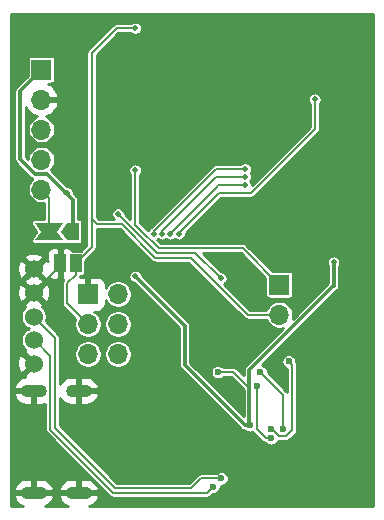
<source format=gbr>
%TF.GenerationSoftware,KiCad,Pcbnew,(5.1.9)-1*%
%TF.CreationDate,2022-10-17T20:04:13-04:00*%
%TF.ProjectId,slime,736c696d-652e-46b6-9963-61645f706362,rev?*%
%TF.SameCoordinates,Original*%
%TF.FileFunction,Copper,L2,Bot*%
%TF.FilePolarity,Positive*%
%FSLAX46Y46*%
G04 Gerber Fmt 4.6, Leading zero omitted, Abs format (unit mm)*
G04 Created by KiCad (PCBNEW (5.1.9)-1) date 2022-10-17 20:04:13*
%MOMM*%
%LPD*%
G01*
G04 APERTURE LIST*
%TA.AperFunction,ComponentPad*%
%ADD10O,1.700000X1.700000*%
%TD*%
%TA.AperFunction,ComponentPad*%
%ADD11R,1.700000X1.700000*%
%TD*%
%TA.AperFunction,SMDPad,CuDef*%
%ADD12C,0.100000*%
%TD*%
%TA.AperFunction,SMDPad,CuDef*%
%ADD13R,1.000000X1.500000*%
%TD*%
%TA.AperFunction,ComponentPad*%
%ADD14C,1.524000*%
%TD*%
%TA.AperFunction,ComponentPad*%
%ADD15O,2.200000X1.100000*%
%TD*%
%TA.AperFunction,ViaPad*%
%ADD16C,0.600000*%
%TD*%
%TA.AperFunction,ViaPad*%
%ADD17C,0.500000*%
%TD*%
%TA.AperFunction,Conductor*%
%ADD18C,0.200000*%
%TD*%
%TA.AperFunction,Conductor*%
%ADD19C,0.300000*%
%TD*%
%TA.AperFunction,Conductor*%
%ADD20C,0.254000*%
%TD*%
%TA.AperFunction,Conductor*%
%ADD21C,0.100000*%
%TD*%
G04 APERTURE END LIST*
D10*
%TO.P,~,6*%
%TO.N,RX*%
X118240000Y-96480000D03*
%TO.P,~,5*%
%TO.N,GPIO0*%
X115700000Y-96480000D03*
%TO.P,~,4*%
%TO.N,TX*%
X118240000Y-93940000D03*
%TO.P,~,3*%
%TO.N,RESET*%
X115700000Y-93940000D03*
%TO.P,~,2*%
%TO.N,3.3v*%
X118240000Y-91400000D03*
D11*
%TO.P,~,1*%
%TO.N,GND*%
X115700000Y-91400000D03*
%TD*%
%TA.AperFunction,SMDPad,CuDef*%
D12*
%TO.P,~,3*%
%TO.N,3.3v*%
G36*
X113400000Y-86100000D02*
G01*
X113900000Y-85350000D01*
X114900000Y-85350000D01*
X114900000Y-86850000D01*
X113900000Y-86850000D01*
X113400000Y-86100000D01*
G37*
%TD.AperFunction*%
%TA.AperFunction,SMDPad,CuDef*%
%TO.P,~,2*%
%TO.N,MOSI*%
G36*
X113100000Y-86100000D02*
G01*
X113600000Y-86850000D01*
X111200000Y-86850000D01*
X111700000Y-86100000D01*
X111200000Y-85350000D01*
X113600000Y-85350000D01*
X113100000Y-86100000D01*
G37*
%TD.AperFunction*%
%TA.AperFunction,SMDPad,CuDef*%
%TO.P,~,1*%
%TO.N,GND*%
G36*
X111400000Y-86100000D02*
G01*
X110900000Y-86850000D01*
X109900000Y-86850000D01*
X109900000Y-85350000D01*
X110900000Y-85350000D01*
X111400000Y-86100000D01*
G37*
%TD.AperFunction*%
%TD*%
D10*
%TO.P,~,2*%
%TO.N,RESET*%
X131900000Y-93140000D03*
D11*
%TO.P,~,1*%
%TO.N,INT*%
X131900000Y-90600000D03*
%TD*%
D10*
%TO.P,BNO MODULE,5*%
%TO.N,MOSI*%
X111760000Y-82550000D03*
%TO.P,BNO MODULE,4*%
%TO.N,H_SDA*%
X111760000Y-80010000D03*
%TO.P,BNO MODULE,3*%
%TO.N,H_SCL*%
X111760000Y-77470000D03*
%TO.P,BNO MODULE,2*%
%TO.N,GND*%
X111760000Y-74930000D03*
D11*
%TO.P,BNO MODULE,1*%
%TO.N,3.3v*%
X111760000Y-72390000D03*
%TD*%
D13*
%TO.P,RESET,1*%
%TO.N,GND*%
X113350000Y-88800000D03*
%TO.P,RESET,2*%
%TO.N,RESET*%
X114650000Y-88800000D03*
%TD*%
D14*
%TO.P,SW1,5*%
%TO.N,GND*%
X111100000Y-89300000D03*
%TO.P,SW1,4*%
X111100000Y-97300000D03*
%TO.P,SW1,3*%
%TO.N,B+*%
X111100000Y-95300000D03*
%TO.P,SW1,2*%
%TO.N,EN*%
X111100000Y-93300000D03*
%TO.P,SW1,1*%
%TO.N,GND*%
X111100000Y-91300000D03*
%TD*%
D15*
%TO.P,USB,S1*%
%TO.N,GND*%
X114900000Y-99580000D03*
%TO.P,USB,S2*%
X114900000Y-108220000D03*
%TO.P,USB,S3*%
X111100000Y-99580000D03*
%TO.P,USB,S4*%
X111100000Y-108220000D03*
%TD*%
D16*
%TO.N,B+*%
X126300000Y-107700000D03*
D17*
%TO.N,3.3v*%
X114400000Y-86100000D03*
D16*
X126700000Y-98000000D03*
X129400000Y-102500000D03*
D17*
X136500000Y-88700000D03*
X119700000Y-89900000D03*
X113900000Y-82800000D03*
%TO.N,GPIO0*%
X122675000Y-86300000D03*
X129000000Y-82200000D03*
%TO.N,TX*%
X129000000Y-80775000D03*
X121275000Y-86300000D03*
%TO.N,RX*%
X129000000Y-81475000D03*
X121975000Y-86300000D03*
%TO.N,RESET*%
X119700000Y-68900000D03*
%TO.N,BOOTN*%
X134900000Y-74900000D03*
X123400000Y-86300000D03*
%TO.N,MOSI*%
X126950000Y-90050000D03*
X118237500Y-84612500D03*
%TO.N,GND*%
X121450000Y-106800000D03*
X121450000Y-106300000D03*
X121450000Y-105800000D03*
X120950000Y-105800000D03*
X120950000Y-106300000D03*
X120950000Y-106800000D03*
X120450000Y-106800000D03*
X120450000Y-106300000D03*
X120450000Y-105800000D03*
D16*
X124800000Y-97200000D03*
X128100000Y-97100000D03*
X126100000Y-93900000D03*
X127700000Y-106200000D03*
X127305000Y-105705000D03*
D17*
X134300000Y-102400000D03*
X125900000Y-73700000D03*
%TO.N,INT*%
X119700000Y-80900000D03*
D16*
%TO.N,BAT_SENCE*%
X131200000Y-103600000D03*
X130000000Y-99200000D03*
%TO.N,EN*%
X127000000Y-107000000D03*
%TO.N,D-G*%
X132200000Y-102800000D03*
X130300000Y-98000000D03*
%TO.N,C-G*%
X131200000Y-102800000D03*
X132700000Y-97100000D03*
%TD*%
D18*
%TO.N,B+*%
X125799990Y-108200010D02*
X126300000Y-107700000D01*
X112500010Y-102865709D02*
X117834311Y-108200010D01*
X112500010Y-96600010D02*
X112500010Y-102865709D01*
X111200000Y-95300000D02*
X112500010Y-96600010D01*
X117834311Y-108200010D02*
X125799990Y-108200010D01*
X111100000Y-95300000D02*
X111200000Y-95300000D01*
D19*
%TO.N,3.3v*%
X129400000Y-102500000D02*
X129349999Y-102449999D01*
D18*
X126700000Y-98000000D02*
X128000000Y-98000000D01*
X128000000Y-98000000D02*
X129349999Y-99349999D01*
D19*
X129349999Y-102449999D02*
X129349999Y-99349999D01*
X129349999Y-97825997D02*
X129349999Y-99349999D01*
X136500000Y-90675996D02*
X136437998Y-90737998D01*
X136437998Y-90737998D02*
X129349999Y-97825997D01*
X111183999Y-81210001D02*
X109950000Y-79976002D01*
X112196003Y-81210001D02*
X111183999Y-81210001D01*
X109950000Y-74200000D02*
X111760000Y-72390000D01*
X109950000Y-79976002D02*
X109950000Y-74200000D01*
X114400000Y-83413998D02*
X114400000Y-86100000D01*
X113743001Y-82756999D02*
X114400000Y-83413998D01*
X112196003Y-81210001D02*
X113743001Y-82756999D01*
X113786002Y-82800000D02*
X113743001Y-82756999D01*
X128975736Y-102500000D02*
X123900000Y-97424264D01*
X129400000Y-102500000D02*
X128975736Y-102500000D01*
X123900000Y-97424264D02*
X123900000Y-94100000D01*
D18*
X129349999Y-97825997D02*
X133500000Y-93675996D01*
D19*
X119700000Y-89900000D02*
X119700000Y-89940000D01*
X123900000Y-94100000D02*
X119700000Y-89900000D01*
X119700000Y-89900000D02*
X119700000Y-89900000D01*
X113900000Y-82800000D02*
X113786002Y-82800000D01*
X136500000Y-88700000D02*
X136500000Y-90300000D01*
X136500000Y-90300000D02*
X136500000Y-90675996D01*
D18*
%TO.N,GPIO0*%
X126735998Y-82200000D02*
X126630499Y-82305499D01*
X129000000Y-82200000D02*
X126735998Y-82200000D01*
X126630499Y-82305499D02*
X122700000Y-86235998D01*
%TO.N,TX*%
X121300000Y-86046447D02*
X121300000Y-86300000D01*
X126571448Y-80775000D02*
X126398224Y-80948224D01*
X129000000Y-80775000D02*
X126571448Y-80775000D01*
X126398224Y-80948224D02*
X121300000Y-86046447D01*
X126546447Y-80800000D02*
X126398224Y-80948224D01*
%TO.N,RX*%
X122000000Y-86046447D02*
X122000000Y-86300000D01*
X126571448Y-81475000D02*
X126360724Y-81685724D01*
X129000000Y-81475000D02*
X126571448Y-81475000D01*
X126360724Y-81685724D02*
X122000000Y-86046447D01*
X126546447Y-81500000D02*
X126360724Y-81685724D01*
%TO.N,RESET*%
X131900000Y-93140000D02*
X131640000Y-93400000D01*
X116000001Y-85024265D02*
X116000001Y-70999999D01*
X116000001Y-87449999D02*
X114650000Y-88800000D01*
X116000001Y-85024265D02*
X116000001Y-87449999D01*
X114650000Y-89750000D02*
X113900000Y-90500000D01*
X114650000Y-88800000D02*
X114650000Y-89750000D01*
X113900000Y-92140000D02*
X115700000Y-93940000D01*
X113900000Y-90500000D02*
X113900000Y-92140000D01*
X129225998Y-93140000D02*
X124386018Y-88300020D01*
X131900000Y-93140000D02*
X129225998Y-93140000D01*
X121354620Y-88300020D02*
X118554600Y-85500000D01*
X124386018Y-88300020D02*
X121354620Y-88300020D01*
X116475736Y-85500000D02*
X116000001Y-85024265D01*
X118554600Y-85500000D02*
X116475736Y-85500000D01*
X118100000Y-68900000D02*
X118050000Y-68950000D01*
X119700000Y-68900000D02*
X118100000Y-68900000D01*
X116000001Y-70999999D02*
X118050000Y-68950000D01*
%TO.N,BOOTN*%
X134900000Y-77114002D02*
X134900000Y-74900000D01*
X126800000Y-82800000D02*
X129500000Y-82800000D01*
X123450000Y-86150000D02*
X126800000Y-82800000D01*
X123450000Y-86300000D02*
X123450000Y-86150000D01*
X134900000Y-77114002D02*
X134900000Y-77400000D01*
X129500000Y-82800000D02*
X134900000Y-77400000D01*
%TO.N,MOSI*%
X112400000Y-83190000D02*
X111760000Y-82550000D01*
X112400000Y-86100000D02*
X112400000Y-83190000D01*
X126950000Y-90050000D02*
X124800010Y-87900010D01*
X121520309Y-87900010D02*
X118220299Y-84600000D01*
X124800010Y-87900010D02*
X121520309Y-87900010D01*
%TO.N,GND*%
X124900000Y-97100000D02*
X124800000Y-97200000D01*
X128100000Y-97100000D02*
X124900000Y-97100000D01*
X124800000Y-95200000D02*
X126100000Y-93900000D01*
X124800000Y-97200000D02*
X124800000Y-95200000D01*
X111100000Y-97300000D02*
X111100000Y-96871762D01*
X110400000Y-88600000D02*
X110400000Y-86100000D01*
X111100000Y-89300000D02*
X110400000Y-88600000D01*
X113350000Y-89050000D02*
X111100000Y-91300000D01*
X113350000Y-88800000D02*
X113350000Y-89050000D01*
%TO.N,INT*%
X128800000Y-87500000D02*
X131900000Y-90600000D01*
X121685998Y-87500000D02*
X128800000Y-87500000D01*
X119700000Y-80900000D02*
X119700000Y-85514002D01*
X120042999Y-85857001D02*
X121685998Y-87500000D01*
X119700000Y-85514002D02*
X120042999Y-85857001D01*
D19*
%TO.N,BAT_SENCE*%
X131037998Y-103600000D02*
X131200000Y-103600000D01*
D18*
X130000000Y-102824264D02*
X130000000Y-99200000D01*
X130775736Y-103600000D02*
X130000000Y-102824264D01*
X131200000Y-103600000D02*
X130775736Y-103600000D01*
%TO.N,EN*%
X112900020Y-95100020D02*
X111100000Y-93300000D01*
X112900020Y-102700020D02*
X112900020Y-95100020D01*
X118000000Y-107800000D02*
X112900020Y-102700020D01*
X124450000Y-107800000D02*
X118000000Y-107800000D01*
X125250000Y-107000000D02*
X124450000Y-107800000D01*
X127000000Y-107000000D02*
X125250000Y-107000000D01*
%TO.N,D-G*%
X132200000Y-99900000D02*
X130300000Y-98000000D01*
X132200000Y-102800000D02*
X132200000Y-99900000D01*
%TO.N,C-G*%
X132999999Y-97399999D02*
X132700000Y-97100000D01*
X132999999Y-102888003D02*
X132999999Y-97399999D01*
X132488001Y-103400001D02*
X132999999Y-102888003D01*
X131911999Y-103400001D02*
X132488001Y-103400001D01*
X131311998Y-102800000D02*
X131911999Y-103400001D01*
X131200000Y-102800000D02*
X131311998Y-102800000D01*
%TD*%
D20*
%TO.N,GND*%
X139848001Y-95992529D02*
X139848000Y-95992539D01*
X139848001Y-109348000D01*
X115828023Y-109348000D01*
X116020813Y-109266196D01*
X116213948Y-109134734D01*
X116377725Y-108968119D01*
X116505850Y-108772754D01*
X116593399Y-108556147D01*
X116593803Y-108529744D01*
X116468361Y-108347000D01*
X115027000Y-108347000D01*
X115027000Y-108367000D01*
X114773000Y-108367000D01*
X114773000Y-108347000D01*
X113331639Y-108347000D01*
X113206197Y-108529744D01*
X113206601Y-108556147D01*
X113294150Y-108772754D01*
X113422275Y-108968119D01*
X113586052Y-109134734D01*
X113779187Y-109266196D01*
X113971977Y-109348000D01*
X112028023Y-109348000D01*
X112220813Y-109266196D01*
X112413948Y-109134734D01*
X112577725Y-108968119D01*
X112705850Y-108772754D01*
X112793399Y-108556147D01*
X112793803Y-108529744D01*
X112668361Y-108347000D01*
X111227000Y-108347000D01*
X111227000Y-108367000D01*
X110973000Y-108367000D01*
X110973000Y-108347000D01*
X109531639Y-108347000D01*
X109406197Y-108529744D01*
X109406601Y-108556147D01*
X109494150Y-108772754D01*
X109622275Y-108968119D01*
X109786052Y-109134734D01*
X109979187Y-109266196D01*
X110171977Y-109348000D01*
X109152000Y-109348000D01*
X109152000Y-107910256D01*
X109406197Y-107910256D01*
X109531639Y-108093000D01*
X110973000Y-108093000D01*
X110973000Y-107035000D01*
X111227000Y-107035000D01*
X111227000Y-108093000D01*
X112668361Y-108093000D01*
X112793803Y-107910256D01*
X113206197Y-107910256D01*
X113331639Y-108093000D01*
X114773000Y-108093000D01*
X114773000Y-107035000D01*
X115027000Y-107035000D01*
X115027000Y-108093000D01*
X116468361Y-108093000D01*
X116593803Y-107910256D01*
X116593399Y-107883853D01*
X116505850Y-107667246D01*
X116377725Y-107471881D01*
X116213948Y-107305266D01*
X116020813Y-107173804D01*
X115805742Y-107082546D01*
X115577000Y-107035000D01*
X115027000Y-107035000D01*
X114773000Y-107035000D01*
X114223000Y-107035000D01*
X113994258Y-107082546D01*
X113779187Y-107173804D01*
X113586052Y-107305266D01*
X113422275Y-107471881D01*
X113294150Y-107667246D01*
X113206601Y-107883853D01*
X113206197Y-107910256D01*
X112793803Y-107910256D01*
X112793399Y-107883853D01*
X112705850Y-107667246D01*
X112577725Y-107471881D01*
X112413948Y-107305266D01*
X112220813Y-107173804D01*
X112005742Y-107082546D01*
X111777000Y-107035000D01*
X111227000Y-107035000D01*
X110973000Y-107035000D01*
X110423000Y-107035000D01*
X110194258Y-107082546D01*
X109979187Y-107173804D01*
X109786052Y-107305266D01*
X109622275Y-107471881D01*
X109494150Y-107667246D01*
X109406601Y-107883853D01*
X109406197Y-107910256D01*
X109152000Y-107910256D01*
X109152000Y-99889744D01*
X109406197Y-99889744D01*
X109406601Y-99916147D01*
X109494150Y-100132754D01*
X109622275Y-100328119D01*
X109786052Y-100494734D01*
X109979187Y-100626196D01*
X110194258Y-100717454D01*
X110423000Y-100765000D01*
X110973000Y-100765000D01*
X110973000Y-99707000D01*
X109531639Y-99707000D01*
X109406197Y-99889744D01*
X109152000Y-99889744D01*
X109152000Y-99270256D01*
X109406197Y-99270256D01*
X109531639Y-99453000D01*
X110973000Y-99453000D01*
X110973000Y-99433000D01*
X111227000Y-99433000D01*
X111227000Y-99453000D01*
X111247000Y-99453000D01*
X111247000Y-99707000D01*
X111227000Y-99707000D01*
X111227000Y-100765000D01*
X111777000Y-100765000D01*
X112005742Y-100717454D01*
X112073011Y-100688911D01*
X112073011Y-102844732D01*
X112070945Y-102865709D01*
X112073011Y-102886686D01*
X112073011Y-102886687D01*
X112079189Y-102949416D01*
X112090627Y-102987120D01*
X112103606Y-103029905D01*
X112143255Y-103104085D01*
X112183242Y-103152809D01*
X112183247Y-103152814D01*
X112196616Y-103169104D01*
X112212906Y-103182473D01*
X117517547Y-108487115D01*
X117530916Y-108503405D01*
X117547206Y-108516774D01*
X117547210Y-108516778D01*
X117595934Y-108556766D01*
X117652849Y-108587186D01*
X117670115Y-108596415D01*
X117750604Y-108620832D01*
X117813333Y-108627010D01*
X117813344Y-108627010D01*
X117834311Y-108629075D01*
X117855278Y-108627010D01*
X125779023Y-108627010D01*
X125799990Y-108629075D01*
X125820957Y-108627010D01*
X125820968Y-108627010D01*
X125883697Y-108620832D01*
X125964186Y-108596415D01*
X126038366Y-108556765D01*
X126103385Y-108503405D01*
X126116758Y-108487110D01*
X126276868Y-108327000D01*
X126361754Y-108327000D01*
X126482889Y-108302905D01*
X126596996Y-108255640D01*
X126699689Y-108187023D01*
X126787023Y-108099689D01*
X126855640Y-107996996D01*
X126902905Y-107882889D01*
X126927000Y-107761754D01*
X126927000Y-107638246D01*
X126924208Y-107624208D01*
X126938246Y-107627000D01*
X127061754Y-107627000D01*
X127182889Y-107602905D01*
X127296996Y-107555640D01*
X127399689Y-107487023D01*
X127487023Y-107399689D01*
X127555640Y-107296996D01*
X127602905Y-107182889D01*
X127627000Y-107061754D01*
X127627000Y-106938246D01*
X127602905Y-106817111D01*
X127555640Y-106703004D01*
X127487023Y-106600311D01*
X127399689Y-106512977D01*
X127296996Y-106444360D01*
X127182889Y-106397095D01*
X127061754Y-106373000D01*
X126938246Y-106373000D01*
X126817111Y-106397095D01*
X126703004Y-106444360D01*
X126600311Y-106512977D01*
X126540288Y-106573000D01*
X125270967Y-106573000D01*
X125250000Y-106570935D01*
X125229033Y-106573000D01*
X125229022Y-106573000D01*
X125166293Y-106579178D01*
X125085804Y-106603595D01*
X125051273Y-106622052D01*
X125011623Y-106643245D01*
X124962899Y-106683232D01*
X124962895Y-106683236D01*
X124946605Y-106696605D01*
X124933236Y-106712895D01*
X124273132Y-107373000D01*
X118176869Y-107373000D01*
X113327020Y-102523152D01*
X113327020Y-100182874D01*
X113422275Y-100328119D01*
X113586052Y-100494734D01*
X113779187Y-100626196D01*
X113994258Y-100717454D01*
X114223000Y-100765000D01*
X114773000Y-100765000D01*
X114773000Y-99707000D01*
X115027000Y-99707000D01*
X115027000Y-100765000D01*
X115577000Y-100765000D01*
X115805742Y-100717454D01*
X116020813Y-100626196D01*
X116213948Y-100494734D01*
X116377725Y-100328119D01*
X116505850Y-100132754D01*
X116593399Y-99916147D01*
X116593803Y-99889744D01*
X116468361Y-99707000D01*
X115027000Y-99707000D01*
X114773000Y-99707000D01*
X114753000Y-99707000D01*
X114753000Y-99453000D01*
X114773000Y-99453000D01*
X114773000Y-98395000D01*
X115027000Y-98395000D01*
X115027000Y-99453000D01*
X116468361Y-99453000D01*
X116593803Y-99270256D01*
X116593399Y-99243853D01*
X116505850Y-99027246D01*
X116377725Y-98831881D01*
X116213948Y-98665266D01*
X116020813Y-98533804D01*
X115805742Y-98442546D01*
X115577000Y-98395000D01*
X115027000Y-98395000D01*
X114773000Y-98395000D01*
X114223000Y-98395000D01*
X113994258Y-98442546D01*
X113779187Y-98533804D01*
X113586052Y-98665266D01*
X113422275Y-98831881D01*
X113327020Y-98977126D01*
X113327020Y-96364076D01*
X114523000Y-96364076D01*
X114523000Y-96595924D01*
X114568231Y-96823318D01*
X114656956Y-97037519D01*
X114785764Y-97230294D01*
X114949706Y-97394236D01*
X115142481Y-97523044D01*
X115356682Y-97611769D01*
X115584076Y-97657000D01*
X115815924Y-97657000D01*
X116043318Y-97611769D01*
X116257519Y-97523044D01*
X116450294Y-97394236D01*
X116614236Y-97230294D01*
X116743044Y-97037519D01*
X116831769Y-96823318D01*
X116877000Y-96595924D01*
X116877000Y-96364076D01*
X117063000Y-96364076D01*
X117063000Y-96595924D01*
X117108231Y-96823318D01*
X117196956Y-97037519D01*
X117325764Y-97230294D01*
X117489706Y-97394236D01*
X117682481Y-97523044D01*
X117896682Y-97611769D01*
X118124076Y-97657000D01*
X118355924Y-97657000D01*
X118583318Y-97611769D01*
X118797519Y-97523044D01*
X118990294Y-97394236D01*
X119154236Y-97230294D01*
X119283044Y-97037519D01*
X119371769Y-96823318D01*
X119417000Y-96595924D01*
X119417000Y-96364076D01*
X119371769Y-96136682D01*
X119283044Y-95922481D01*
X119154236Y-95729706D01*
X118990294Y-95565764D01*
X118797519Y-95436956D01*
X118583318Y-95348231D01*
X118355924Y-95303000D01*
X118124076Y-95303000D01*
X117896682Y-95348231D01*
X117682481Y-95436956D01*
X117489706Y-95565764D01*
X117325764Y-95729706D01*
X117196956Y-95922481D01*
X117108231Y-96136682D01*
X117063000Y-96364076D01*
X116877000Y-96364076D01*
X116831769Y-96136682D01*
X116743044Y-95922481D01*
X116614236Y-95729706D01*
X116450294Y-95565764D01*
X116257519Y-95436956D01*
X116043318Y-95348231D01*
X115815924Y-95303000D01*
X115584076Y-95303000D01*
X115356682Y-95348231D01*
X115142481Y-95436956D01*
X114949706Y-95565764D01*
X114785764Y-95729706D01*
X114656956Y-95922481D01*
X114568231Y-96136682D01*
X114523000Y-96364076D01*
X113327020Y-96364076D01*
X113327020Y-95120987D01*
X113329085Y-95100020D01*
X113327020Y-95079053D01*
X113327020Y-95079042D01*
X113320842Y-95016313D01*
X113296425Y-94935824D01*
X113279199Y-94903596D01*
X113256776Y-94861643D01*
X113216788Y-94812919D01*
X113216784Y-94812915D01*
X113203415Y-94796625D01*
X113187125Y-94783256D01*
X112110353Y-93706485D01*
X112147150Y-93617650D01*
X112189000Y-93407257D01*
X112189000Y-93192743D01*
X112147150Y-92982350D01*
X112065059Y-92784165D01*
X111945881Y-92605803D01*
X111824816Y-92484738D01*
X111885960Y-92265565D01*
X111100000Y-91479605D01*
X110314040Y-92265565D01*
X110375184Y-92484738D01*
X110254119Y-92605803D01*
X110134941Y-92784165D01*
X110052850Y-92982350D01*
X110011000Y-93192743D01*
X110011000Y-93407257D01*
X110052850Y-93617650D01*
X110134941Y-93815835D01*
X110254119Y-93994197D01*
X110405803Y-94145881D01*
X110584165Y-94265059D01*
X110668520Y-94300000D01*
X110584165Y-94334941D01*
X110405803Y-94454119D01*
X110254119Y-94605803D01*
X110134941Y-94784165D01*
X110052850Y-94982350D01*
X110011000Y-95192743D01*
X110011000Y-95407257D01*
X110052850Y-95617650D01*
X110134941Y-95815835D01*
X110254119Y-95994197D01*
X110375184Y-96115262D01*
X110314040Y-96334435D01*
X111100000Y-97120395D01*
X111114143Y-97106253D01*
X111293748Y-97285858D01*
X111279605Y-97300000D01*
X111293748Y-97314143D01*
X111114143Y-97493748D01*
X111100000Y-97479605D01*
X110314040Y-98265565D01*
X110354142Y-98409313D01*
X110194258Y-98442546D01*
X109979187Y-98533804D01*
X109786052Y-98665266D01*
X109622275Y-98831881D01*
X109494150Y-99027246D01*
X109406601Y-99243853D01*
X109406197Y-99270256D01*
X109152000Y-99270256D01*
X109152000Y-97372017D01*
X109698090Y-97372017D01*
X109739078Y-97644133D01*
X109832364Y-97903023D01*
X109894344Y-98018980D01*
X110134435Y-98085960D01*
X110920395Y-97300000D01*
X110134435Y-96514040D01*
X109894344Y-96581020D01*
X109777244Y-96830048D01*
X109710977Y-97097135D01*
X109698090Y-97372017D01*
X109152000Y-97372017D01*
X109152000Y-91372017D01*
X109698090Y-91372017D01*
X109739078Y-91644133D01*
X109832364Y-91903023D01*
X109894344Y-92018980D01*
X110134435Y-92085960D01*
X110920395Y-91300000D01*
X111279605Y-91300000D01*
X112065565Y-92085960D01*
X112305656Y-92018980D01*
X112422756Y-91769952D01*
X112489023Y-91502865D01*
X112501910Y-91227983D01*
X112460922Y-90955867D01*
X112367636Y-90696977D01*
X112305656Y-90581020D01*
X112065565Y-90514040D01*
X111279605Y-91300000D01*
X110920395Y-91300000D01*
X110134435Y-90514040D01*
X109894344Y-90581020D01*
X109777244Y-90830048D01*
X109710977Y-91097135D01*
X109698090Y-91372017D01*
X109152000Y-91372017D01*
X109152000Y-90265565D01*
X110314040Y-90265565D01*
X110323647Y-90300000D01*
X110314040Y-90334435D01*
X110340687Y-90361082D01*
X110381020Y-90505656D01*
X110577786Y-90598181D01*
X111100000Y-91120395D01*
X111624445Y-90595950D01*
X111703023Y-90567636D01*
X111818980Y-90505656D01*
X111820557Y-90500000D01*
X113470935Y-90500000D01*
X113473000Y-90520967D01*
X113473001Y-92119023D01*
X113470935Y-92140000D01*
X113479179Y-92223706D01*
X113503596Y-92304196D01*
X113543245Y-92378376D01*
X113583232Y-92427100D01*
X113583237Y-92427105D01*
X113596606Y-92443395D01*
X113612896Y-92456764D01*
X114622294Y-93466163D01*
X114568231Y-93596682D01*
X114523000Y-93824076D01*
X114523000Y-94055924D01*
X114568231Y-94283318D01*
X114656956Y-94497519D01*
X114785764Y-94690294D01*
X114949706Y-94854236D01*
X115142481Y-94983044D01*
X115356682Y-95071769D01*
X115584076Y-95117000D01*
X115815924Y-95117000D01*
X116043318Y-95071769D01*
X116257519Y-94983044D01*
X116450294Y-94854236D01*
X116614236Y-94690294D01*
X116743044Y-94497519D01*
X116831769Y-94283318D01*
X116877000Y-94055924D01*
X116877000Y-93824076D01*
X117063000Y-93824076D01*
X117063000Y-94055924D01*
X117108231Y-94283318D01*
X117196956Y-94497519D01*
X117325764Y-94690294D01*
X117489706Y-94854236D01*
X117682481Y-94983044D01*
X117896682Y-95071769D01*
X118124076Y-95117000D01*
X118355924Y-95117000D01*
X118583318Y-95071769D01*
X118797519Y-94983044D01*
X118990294Y-94854236D01*
X119154236Y-94690294D01*
X119283044Y-94497519D01*
X119371769Y-94283318D01*
X119417000Y-94055924D01*
X119417000Y-93824076D01*
X119371769Y-93596682D01*
X119283044Y-93382481D01*
X119154236Y-93189706D01*
X118990294Y-93025764D01*
X118797519Y-92896956D01*
X118583318Y-92808231D01*
X118355924Y-92763000D01*
X118124076Y-92763000D01*
X117896682Y-92808231D01*
X117682481Y-92896956D01*
X117489706Y-93025764D01*
X117325764Y-93189706D01*
X117196956Y-93382481D01*
X117108231Y-93596682D01*
X117063000Y-93824076D01*
X116877000Y-93824076D01*
X116831769Y-93596682D01*
X116743044Y-93382481D01*
X116614236Y-93189706D01*
X116450294Y-93025764D01*
X116257519Y-92896956D01*
X116231890Y-92886340D01*
X116550000Y-92888072D01*
X116674482Y-92875812D01*
X116794180Y-92839502D01*
X116904494Y-92780537D01*
X117001185Y-92701185D01*
X117080537Y-92604494D01*
X117139502Y-92494180D01*
X117175812Y-92374482D01*
X117188072Y-92250000D01*
X117186340Y-91931890D01*
X117196956Y-91957519D01*
X117325764Y-92150294D01*
X117489706Y-92314236D01*
X117682481Y-92443044D01*
X117896682Y-92531769D01*
X118124076Y-92577000D01*
X118355924Y-92577000D01*
X118583318Y-92531769D01*
X118797519Y-92443044D01*
X118990294Y-92314236D01*
X119154236Y-92150294D01*
X119283044Y-91957519D01*
X119371769Y-91743318D01*
X119417000Y-91515924D01*
X119417000Y-91284076D01*
X119371769Y-91056682D01*
X119283044Y-90842481D01*
X119154236Y-90649706D01*
X118990294Y-90485764D01*
X118797519Y-90356956D01*
X118583318Y-90268231D01*
X118355924Y-90223000D01*
X118124076Y-90223000D01*
X117896682Y-90268231D01*
X117682481Y-90356956D01*
X117489706Y-90485764D01*
X117325764Y-90649706D01*
X117196956Y-90842481D01*
X117186340Y-90868110D01*
X117188072Y-90550000D01*
X117175812Y-90425518D01*
X117139502Y-90305820D01*
X117080537Y-90195506D01*
X117001185Y-90098815D01*
X116904494Y-90019463D01*
X116794180Y-89960498D01*
X116674482Y-89924188D01*
X116550000Y-89911928D01*
X115985750Y-89915000D01*
X115827000Y-90073750D01*
X115827000Y-91273000D01*
X115847000Y-91273000D01*
X115847000Y-91527000D01*
X115827000Y-91527000D01*
X115827000Y-91547000D01*
X115573000Y-91547000D01*
X115573000Y-91527000D01*
X115553000Y-91527000D01*
X115553000Y-91273000D01*
X115573000Y-91273000D01*
X115573000Y-90073750D01*
X115414250Y-89915000D01*
X115046768Y-89912999D01*
X115057209Y-89878582D01*
X115150000Y-89878582D01*
X115214103Y-89872268D01*
X115275743Y-89853570D01*
X115332550Y-89823206D01*
X115382343Y-89782343D01*
X115423206Y-89732550D01*
X115453570Y-89675743D01*
X115472268Y-89614103D01*
X115478582Y-89550000D01*
X115478582Y-88575286D01*
X116287106Y-87766763D01*
X116303396Y-87753394D01*
X116316765Y-87737104D01*
X116316769Y-87737100D01*
X116356757Y-87688376D01*
X116396405Y-87614196D01*
X116396406Y-87614195D01*
X116420823Y-87533706D01*
X116427001Y-87470977D01*
X116427001Y-87470966D01*
X116429066Y-87449999D01*
X116427001Y-87429032D01*
X116427001Y-85924266D01*
X116454758Y-85927000D01*
X116454769Y-85927000D01*
X116475736Y-85929065D01*
X116496703Y-85927000D01*
X118377732Y-85927000D01*
X121037861Y-88587131D01*
X121051225Y-88603415D01*
X121067509Y-88616779D01*
X121067518Y-88616788D01*
X121116243Y-88656775D01*
X121146599Y-88673000D01*
X121190424Y-88696425D01*
X121270913Y-88720842D01*
X121333642Y-88727020D01*
X121333654Y-88727020D01*
X121354619Y-88729085D01*
X121375584Y-88727020D01*
X124209150Y-88727020D01*
X128909239Y-93427111D01*
X128922603Y-93443395D01*
X128938887Y-93456759D01*
X128938896Y-93456768D01*
X128987621Y-93496755D01*
X129015769Y-93511800D01*
X129061802Y-93536405D01*
X129142291Y-93560822D01*
X129205020Y-93567000D01*
X129205032Y-93567000D01*
X129225997Y-93569065D01*
X129246962Y-93567000D01*
X130802893Y-93567000D01*
X130856956Y-93697519D01*
X130985764Y-93890294D01*
X131149706Y-94054236D01*
X131342481Y-94183044D01*
X131556682Y-94271769D01*
X131784076Y-94317000D01*
X132015924Y-94317000D01*
X132226253Y-94275163D01*
X129029275Y-97472142D01*
X129011078Y-97487076D01*
X128951470Y-97559708D01*
X128907177Y-97642575D01*
X128879902Y-97732490D01*
X128872999Y-97802575D01*
X128872999Y-97802582D01*
X128870693Y-97825997D01*
X128872999Y-97849412D01*
X128872999Y-98269131D01*
X128316768Y-97712900D01*
X128303395Y-97696605D01*
X128238376Y-97643245D01*
X128164196Y-97603595D01*
X128083707Y-97579178D01*
X128020978Y-97573000D01*
X128020967Y-97573000D01*
X128000000Y-97570935D01*
X127979033Y-97573000D01*
X127159712Y-97573000D01*
X127099689Y-97512977D01*
X126996996Y-97444360D01*
X126882889Y-97397095D01*
X126761754Y-97373000D01*
X126638246Y-97373000D01*
X126517111Y-97397095D01*
X126403004Y-97444360D01*
X126300311Y-97512977D01*
X126212977Y-97600311D01*
X126144360Y-97703004D01*
X126097095Y-97817111D01*
X126073000Y-97938246D01*
X126073000Y-98061754D01*
X126097095Y-98182889D01*
X126144360Y-98296996D01*
X126212977Y-98399689D01*
X126300311Y-98487023D01*
X126403004Y-98555640D01*
X126517111Y-98602905D01*
X126638246Y-98627000D01*
X126761754Y-98627000D01*
X126882889Y-98602905D01*
X126996996Y-98555640D01*
X127099689Y-98487023D01*
X127159712Y-98427000D01*
X127823132Y-98427000D01*
X128873000Y-99476869D01*
X128872999Y-101722683D01*
X124377000Y-97226685D01*
X124377000Y-94123415D01*
X124379306Y-94100000D01*
X124377000Y-94076585D01*
X124377000Y-94076577D01*
X124370097Y-94006492D01*
X124342822Y-93916577D01*
X124298529Y-93833711D01*
X124238921Y-93761079D01*
X124220729Y-93746150D01*
X120266882Y-89792303D01*
X120254826Y-89731695D01*
X120211331Y-89626688D01*
X120148185Y-89532184D01*
X120067816Y-89451815D01*
X119973312Y-89388669D01*
X119868305Y-89345174D01*
X119756830Y-89323000D01*
X119643170Y-89323000D01*
X119531695Y-89345174D01*
X119426688Y-89388669D01*
X119332184Y-89451815D01*
X119251815Y-89532184D01*
X119188669Y-89626688D01*
X119145174Y-89731695D01*
X119123000Y-89843170D01*
X119123000Y-89956830D01*
X119145174Y-90068305D01*
X119188669Y-90173312D01*
X119251815Y-90267816D01*
X119332184Y-90348185D01*
X119426688Y-90411331D01*
X119531695Y-90454826D01*
X119592303Y-90466882D01*
X123423001Y-94297581D01*
X123423000Y-97400849D01*
X123420694Y-97424264D01*
X123423000Y-97447679D01*
X123423000Y-97447686D01*
X123429903Y-97517771D01*
X123457178Y-97607686D01*
X123501471Y-97690553D01*
X123561079Y-97763185D01*
X123579276Y-97778119D01*
X128621886Y-102820730D01*
X128636815Y-102838921D01*
X128655006Y-102853850D01*
X128655008Y-102853852D01*
X128667637Y-102864216D01*
X128709447Y-102898529D01*
X128792313Y-102942822D01*
X128882228Y-102970097D01*
X128952313Y-102977000D01*
X128952321Y-102977000D01*
X128975736Y-102979306D01*
X128991083Y-102977795D01*
X129000311Y-102987023D01*
X129103004Y-103055640D01*
X129217111Y-103102905D01*
X129338246Y-103127000D01*
X129461754Y-103127000D01*
X129582889Y-103102905D01*
X129652594Y-103074032D01*
X129683232Y-103111364D01*
X129696605Y-103127659D01*
X129712900Y-103141032D01*
X130458977Y-103887111D01*
X130472341Y-103903395D01*
X130488625Y-103916759D01*
X130488634Y-103916768D01*
X130537359Y-103956755D01*
X130577009Y-103977948D01*
X130611540Y-103996405D01*
X130692029Y-104020822D01*
X130738707Y-104025419D01*
X130800311Y-104087023D01*
X130903004Y-104155640D01*
X131017111Y-104202905D01*
X131138246Y-104227000D01*
X131261754Y-104227000D01*
X131382889Y-104202905D01*
X131496996Y-104155640D01*
X131599689Y-104087023D01*
X131687023Y-103999689D01*
X131755640Y-103896996D01*
X131791780Y-103809747D01*
X131828292Y-103820823D01*
X131891021Y-103827001D01*
X131891032Y-103827001D01*
X131911999Y-103829066D01*
X131932966Y-103827001D01*
X132467034Y-103827001D01*
X132488001Y-103829066D01*
X132508968Y-103827001D01*
X132508979Y-103827001D01*
X132571708Y-103820823D01*
X132652197Y-103796406D01*
X132726377Y-103756756D01*
X132791396Y-103703396D01*
X132804769Y-103687101D01*
X133287105Y-103204766D01*
X133303394Y-103191398D01*
X133316763Y-103175108D01*
X133316767Y-103175104D01*
X133356755Y-103126379D01*
X133396404Y-103052200D01*
X133413120Y-102997095D01*
X133420821Y-102971710D01*
X133426999Y-102908981D01*
X133426999Y-102908970D01*
X133429064Y-102888003D01*
X133426999Y-102867036D01*
X133426999Y-97420966D01*
X133429064Y-97399999D01*
X133426999Y-97379032D01*
X133426999Y-97379021D01*
X133420821Y-97316292D01*
X133396404Y-97235803D01*
X133396404Y-97235802D01*
X133356755Y-97161622D01*
X133327000Y-97125367D01*
X133327000Y-97038246D01*
X133302905Y-96917111D01*
X133255640Y-96803004D01*
X133187023Y-96700311D01*
X133099689Y-96612977D01*
X132996996Y-96544360D01*
X132882889Y-96497095D01*
X132761754Y-96473000D01*
X132638246Y-96473000D01*
X132517111Y-96497095D01*
X132403004Y-96544360D01*
X132300311Y-96612977D01*
X132212977Y-96700311D01*
X132144360Y-96803004D01*
X132097095Y-96917111D01*
X132073000Y-97038246D01*
X132073000Y-97161754D01*
X132097095Y-97282889D01*
X132144360Y-97396996D01*
X132212977Y-97499689D01*
X132300311Y-97587023D01*
X132403004Y-97655640D01*
X132517111Y-97702905D01*
X132573000Y-97714022D01*
X132573000Y-99692014D01*
X132556756Y-99661623D01*
X132516768Y-99612899D01*
X132516764Y-99612895D01*
X132503395Y-99596605D01*
X132487105Y-99583236D01*
X130927000Y-98023132D01*
X130927000Y-97938246D01*
X130902905Y-97817111D01*
X130855640Y-97703004D01*
X130787023Y-97600311D01*
X130699689Y-97512977D01*
X130596996Y-97444360D01*
X130482889Y-97397095D01*
X130458359Y-97392216D01*
X136791850Y-91058726D01*
X136791855Y-91058720D01*
X136820724Y-91029851D01*
X136838921Y-91014917D01*
X136898529Y-90942285D01*
X136942822Y-90859419D01*
X136970097Y-90769504D01*
X136977000Y-90699418D01*
X136977000Y-90699412D01*
X136979306Y-90675997D01*
X136977000Y-90652582D01*
X136977000Y-89024692D01*
X137011331Y-88973312D01*
X137054826Y-88868305D01*
X137077000Y-88756830D01*
X137077000Y-88643170D01*
X137054826Y-88531695D01*
X137011331Y-88426688D01*
X136948185Y-88332184D01*
X136867816Y-88251815D01*
X136773312Y-88188669D01*
X136668305Y-88145174D01*
X136556830Y-88123000D01*
X136443170Y-88123000D01*
X136331695Y-88145174D01*
X136226688Y-88188669D01*
X136132184Y-88251815D01*
X136051815Y-88332184D01*
X135988669Y-88426688D01*
X135945174Y-88531695D01*
X135923000Y-88643170D01*
X135923000Y-88756830D01*
X135945174Y-88868305D01*
X135988669Y-88973312D01*
X136023000Y-89024692D01*
X136023001Y-90276568D01*
X136023000Y-90276578D01*
X136023000Y-90478416D01*
X133035163Y-93466253D01*
X133077000Y-93255924D01*
X133077000Y-93024076D01*
X133031769Y-92796682D01*
X132943044Y-92582481D01*
X132814236Y-92389706D01*
X132650294Y-92225764D01*
X132457519Y-92096956D01*
X132243318Y-92008231D01*
X132015924Y-91963000D01*
X131784076Y-91963000D01*
X131556682Y-92008231D01*
X131342481Y-92096956D01*
X131149706Y-92225764D01*
X130985764Y-92389706D01*
X130856956Y-92582481D01*
X130802893Y-92713000D01*
X129402868Y-92713000D01*
X127240028Y-90550161D01*
X127317816Y-90498185D01*
X127398185Y-90417816D01*
X127461331Y-90323312D01*
X127504826Y-90218305D01*
X127527000Y-90106830D01*
X127527000Y-89993170D01*
X127504826Y-89881695D01*
X127461331Y-89776688D01*
X127398185Y-89682184D01*
X127317816Y-89601815D01*
X127223312Y-89538669D01*
X127118305Y-89495174D01*
X127006830Y-89473000D01*
X126976869Y-89473000D01*
X125430868Y-87927000D01*
X128623132Y-87927000D01*
X130721418Y-90025287D01*
X130721418Y-91450000D01*
X130727732Y-91514103D01*
X130746430Y-91575743D01*
X130776794Y-91632550D01*
X130817657Y-91682343D01*
X130867450Y-91723206D01*
X130924257Y-91753570D01*
X130985897Y-91772268D01*
X131050000Y-91778582D01*
X132750000Y-91778582D01*
X132814103Y-91772268D01*
X132875743Y-91753570D01*
X132932550Y-91723206D01*
X132982343Y-91682343D01*
X133023206Y-91632550D01*
X133053570Y-91575743D01*
X133072268Y-91514103D01*
X133078582Y-91450000D01*
X133078582Y-89750000D01*
X133072268Y-89685897D01*
X133053570Y-89624257D01*
X133023206Y-89567450D01*
X132982343Y-89517657D01*
X132932550Y-89476794D01*
X132875743Y-89446430D01*
X132814103Y-89427732D01*
X132750000Y-89421418D01*
X131325287Y-89421418D01*
X129116766Y-87212898D01*
X129103395Y-87196605D01*
X129038376Y-87143245D01*
X128964196Y-87103595D01*
X128883707Y-87079178D01*
X128820978Y-87073000D01*
X128820967Y-87073000D01*
X128800000Y-87070935D01*
X128779033Y-87073000D01*
X121862867Y-87073000D01*
X121580015Y-86790148D01*
X121625000Y-86760089D01*
X121701688Y-86811331D01*
X121806695Y-86854826D01*
X121918170Y-86877000D01*
X122031830Y-86877000D01*
X122143305Y-86854826D01*
X122248312Y-86811331D01*
X122325000Y-86760089D01*
X122401688Y-86811331D01*
X122506695Y-86854826D01*
X122618170Y-86877000D01*
X122731830Y-86877000D01*
X122843305Y-86854826D01*
X122948312Y-86811331D01*
X123037500Y-86751737D01*
X123126688Y-86811331D01*
X123231695Y-86854826D01*
X123343170Y-86877000D01*
X123456830Y-86877000D01*
X123568305Y-86854826D01*
X123673312Y-86811331D01*
X123767816Y-86748185D01*
X123848185Y-86667816D01*
X123911331Y-86573312D01*
X123954826Y-86468305D01*
X123977000Y-86356830D01*
X123977000Y-86243170D01*
X123974295Y-86229573D01*
X126976869Y-83227000D01*
X129479033Y-83227000D01*
X129500000Y-83229065D01*
X129520967Y-83227000D01*
X129520978Y-83227000D01*
X129583707Y-83220822D01*
X129664196Y-83196405D01*
X129738376Y-83156755D01*
X129803395Y-83103395D01*
X129816768Y-83087100D01*
X135187111Y-77716759D01*
X135203395Y-77703395D01*
X135216759Y-77687111D01*
X135216768Y-77687102D01*
X135256755Y-77638377D01*
X135296404Y-77564197D01*
X135296405Y-77564196D01*
X135320822Y-77483707D01*
X135327000Y-77420978D01*
X135327000Y-77420966D01*
X135329065Y-77400001D01*
X135327000Y-77379036D01*
X135327000Y-75289001D01*
X135348185Y-75267816D01*
X135411331Y-75173312D01*
X135454826Y-75068305D01*
X135477000Y-74956830D01*
X135477000Y-74843170D01*
X135454826Y-74731695D01*
X135411331Y-74626688D01*
X135348185Y-74532184D01*
X135267816Y-74451815D01*
X135173312Y-74388669D01*
X135068305Y-74345174D01*
X134956830Y-74323000D01*
X134843170Y-74323000D01*
X134731695Y-74345174D01*
X134626688Y-74388669D01*
X134532184Y-74451815D01*
X134451815Y-74532184D01*
X134388669Y-74626688D01*
X134345174Y-74731695D01*
X134323000Y-74843170D01*
X134323000Y-74956830D01*
X134345174Y-75068305D01*
X134388669Y-75173312D01*
X134451815Y-75267816D01*
X134473001Y-75289002D01*
X134473000Y-77093024D01*
X134473000Y-77223130D01*
X129573012Y-82123120D01*
X129554826Y-82031695D01*
X129511331Y-81926688D01*
X129451737Y-81837500D01*
X129511331Y-81748312D01*
X129554826Y-81643305D01*
X129577000Y-81531830D01*
X129577000Y-81418170D01*
X129554826Y-81306695D01*
X129511331Y-81201688D01*
X129460089Y-81125000D01*
X129511331Y-81048312D01*
X129554826Y-80943305D01*
X129577000Y-80831830D01*
X129577000Y-80718170D01*
X129554826Y-80606695D01*
X129511331Y-80501688D01*
X129448185Y-80407184D01*
X129367816Y-80326815D01*
X129273312Y-80263669D01*
X129168305Y-80220174D01*
X129056830Y-80198000D01*
X128943170Y-80198000D01*
X128831695Y-80220174D01*
X128726688Y-80263669D01*
X128632184Y-80326815D01*
X128610999Y-80348000D01*
X126592415Y-80348000D01*
X126571448Y-80345935D01*
X126550481Y-80348000D01*
X126550470Y-80348000D01*
X126487741Y-80354178D01*
X126407252Y-80378595D01*
X126388405Y-80388669D01*
X126333072Y-80418244D01*
X126299132Y-80446099D01*
X126268053Y-80471605D01*
X126254684Y-80487895D01*
X126111128Y-80631452D01*
X126111123Y-80631456D01*
X121012900Y-85729679D01*
X120996605Y-85743052D01*
X120983233Y-85759346D01*
X120983232Y-85759347D01*
X120943245Y-85808071D01*
X120926908Y-85838636D01*
X120907184Y-85851815D01*
X120826815Y-85932184D01*
X120784852Y-85994986D01*
X120359771Y-85569905D01*
X120359767Y-85569900D01*
X120127000Y-85337134D01*
X120127000Y-81289001D01*
X120148185Y-81267816D01*
X120211331Y-81173312D01*
X120254826Y-81068305D01*
X120277000Y-80956830D01*
X120277000Y-80843170D01*
X120254826Y-80731695D01*
X120211331Y-80626688D01*
X120148185Y-80532184D01*
X120067816Y-80451815D01*
X119973312Y-80388669D01*
X119868305Y-80345174D01*
X119756830Y-80323000D01*
X119643170Y-80323000D01*
X119531695Y-80345174D01*
X119426688Y-80388669D01*
X119332184Y-80451815D01*
X119251815Y-80532184D01*
X119188669Y-80626688D01*
X119145174Y-80731695D01*
X119123000Y-80843170D01*
X119123000Y-80956830D01*
X119145174Y-81068305D01*
X119188669Y-81173312D01*
X119251815Y-81267816D01*
X119273000Y-81289001D01*
X119273001Y-85048834D01*
X118814500Y-84590333D01*
X118814500Y-84555670D01*
X118792326Y-84444195D01*
X118748831Y-84339188D01*
X118685685Y-84244684D01*
X118605316Y-84164315D01*
X118510812Y-84101169D01*
X118405805Y-84057674D01*
X118294330Y-84035500D01*
X118180670Y-84035500D01*
X118069195Y-84057674D01*
X117964188Y-84101169D01*
X117869684Y-84164315D01*
X117789315Y-84244684D01*
X117726169Y-84339188D01*
X117682674Y-84444195D01*
X117660500Y-84555670D01*
X117660500Y-84669330D01*
X117682674Y-84780805D01*
X117726169Y-84885812D01*
X117789315Y-84980316D01*
X117869684Y-85060685D01*
X117888115Y-85073000D01*
X116652605Y-85073000D01*
X116427001Y-84847397D01*
X116427001Y-71176867D01*
X118276870Y-69327000D01*
X119310999Y-69327000D01*
X119332184Y-69348185D01*
X119426688Y-69411331D01*
X119531695Y-69454826D01*
X119643170Y-69477000D01*
X119756830Y-69477000D01*
X119868305Y-69454826D01*
X119973312Y-69411331D01*
X120067816Y-69348185D01*
X120148185Y-69267816D01*
X120211331Y-69173312D01*
X120254826Y-69068305D01*
X120277000Y-68956830D01*
X120277000Y-68843170D01*
X120254826Y-68731695D01*
X120211331Y-68626688D01*
X120148185Y-68532184D01*
X120067816Y-68451815D01*
X119973312Y-68388669D01*
X119868305Y-68345174D01*
X119756830Y-68323000D01*
X119643170Y-68323000D01*
X119531695Y-68345174D01*
X119426688Y-68388669D01*
X119332184Y-68451815D01*
X119310999Y-68473000D01*
X118120967Y-68473000D01*
X118100000Y-68470935D01*
X118079033Y-68473000D01*
X118079022Y-68473000D01*
X118016293Y-68479178D01*
X117935804Y-68503595D01*
X117903363Y-68520935D01*
X117861624Y-68543244D01*
X117814434Y-68581973D01*
X117796605Y-68596605D01*
X117783232Y-68612900D01*
X117762909Y-68633223D01*
X117762898Y-68633232D01*
X115712896Y-70683236D01*
X115696607Y-70696604D01*
X115683238Y-70712894D01*
X115683233Y-70712899D01*
X115643246Y-70761623D01*
X115603597Y-70835803D01*
X115579180Y-70916293D01*
X115570936Y-70999999D01*
X115573002Y-71020976D01*
X115573001Y-85003287D01*
X115573001Y-85003298D01*
X115570936Y-85024265D01*
X115573001Y-85045232D01*
X115573002Y-87273129D01*
X115124713Y-87721418D01*
X114394387Y-87721418D01*
X114380537Y-87695506D01*
X114301185Y-87598815D01*
X114204494Y-87519463D01*
X114094180Y-87460498D01*
X113974482Y-87424188D01*
X113850000Y-87411928D01*
X113635750Y-87415000D01*
X113477000Y-87573750D01*
X113477000Y-88673000D01*
X113497000Y-88673000D01*
X113497000Y-88927000D01*
X113477000Y-88927000D01*
X113477000Y-90026250D01*
X113623441Y-90172691D01*
X113612900Y-90183232D01*
X113596605Y-90196605D01*
X113583233Y-90212899D01*
X113583232Y-90212900D01*
X113543245Y-90261624D01*
X113534000Y-90278921D01*
X113503595Y-90335805D01*
X113479178Y-90416294D01*
X113473000Y-90479023D01*
X113473000Y-90479033D01*
X113470935Y-90500000D01*
X111820557Y-90500000D01*
X111859313Y-90361082D01*
X111885960Y-90334435D01*
X111876353Y-90300000D01*
X111885960Y-90265565D01*
X111859313Y-90238918D01*
X111818980Y-90094344D01*
X111622214Y-90001819D01*
X111100000Y-89479605D01*
X110575555Y-90004050D01*
X110496977Y-90032364D01*
X110381020Y-90094344D01*
X110340687Y-90238918D01*
X110314040Y-90265565D01*
X109152000Y-90265565D01*
X109152000Y-89372017D01*
X109698090Y-89372017D01*
X109739078Y-89644133D01*
X109832364Y-89903023D01*
X109894344Y-90018980D01*
X110134435Y-90085960D01*
X110920395Y-89300000D01*
X111279605Y-89300000D01*
X112065565Y-90085960D01*
X112305656Y-90018980D01*
X112344910Y-89935501D01*
X112398815Y-90001185D01*
X112495506Y-90080537D01*
X112605820Y-90139502D01*
X112725518Y-90175812D01*
X112850000Y-90188072D01*
X113064250Y-90185000D01*
X113223000Y-90026250D01*
X113223000Y-88927000D01*
X113203000Y-88927000D01*
X113203000Y-88673000D01*
X113223000Y-88673000D01*
X113223000Y-87573750D01*
X113064250Y-87415000D01*
X112850000Y-87411928D01*
X112725518Y-87424188D01*
X112605820Y-87460498D01*
X112495506Y-87519463D01*
X112398815Y-87598815D01*
X112319463Y-87695506D01*
X112260498Y-87805820D01*
X112224188Y-87925518D01*
X112211928Y-88050000D01*
X112215000Y-88514250D01*
X112272528Y-88571778D01*
X112065565Y-88514040D01*
X111279605Y-89300000D01*
X110920395Y-89300000D01*
X110134435Y-88514040D01*
X109894344Y-88581020D01*
X109777244Y-88830048D01*
X109710977Y-89097135D01*
X109698090Y-89372017D01*
X109152000Y-89372017D01*
X109152000Y-88334435D01*
X110314040Y-88334435D01*
X111100000Y-89120395D01*
X111885960Y-88334435D01*
X111818980Y-88094344D01*
X111569952Y-87977244D01*
X111302865Y-87910977D01*
X111027983Y-87898090D01*
X110755867Y-87939078D01*
X110496977Y-88032364D01*
X110381020Y-88094344D01*
X110314040Y-88334435D01*
X109152000Y-88334435D01*
X109152000Y-74200000D01*
X109470694Y-74200000D01*
X109473001Y-74223425D01*
X109473000Y-79952587D01*
X109470694Y-79976002D01*
X109473000Y-79999417D01*
X109473000Y-79999424D01*
X109479903Y-80069509D01*
X109507178Y-80159424D01*
X109551471Y-80242291D01*
X109611079Y-80314923D01*
X109629276Y-80329857D01*
X110830146Y-81530728D01*
X110845078Y-81548922D01*
X110917710Y-81608530D01*
X110995409Y-81650061D01*
X110845764Y-81799706D01*
X110716956Y-81992481D01*
X110628231Y-82206682D01*
X110583000Y-82434076D01*
X110583000Y-82665924D01*
X110628231Y-82893318D01*
X110716956Y-83107519D01*
X110845764Y-83300294D01*
X111009706Y-83464236D01*
X111202481Y-83593044D01*
X111416682Y-83681769D01*
X111644076Y-83727000D01*
X111875924Y-83727000D01*
X111973001Y-83707690D01*
X111973000Y-85021418D01*
X111200000Y-85021418D01*
X111136234Y-85027665D01*
X111074575Y-85046298D01*
X111017736Y-85076603D01*
X110967901Y-85117415D01*
X110926985Y-85167164D01*
X110896562Y-85223940D01*
X110877799Y-85285560D01*
X110871418Y-85349656D01*
X110877665Y-85413766D01*
X110896298Y-85475425D01*
X110926603Y-85532264D01*
X111305094Y-86100000D01*
X110926603Y-86667736D01*
X110896430Y-86724257D01*
X110877732Y-86785897D01*
X110871418Y-86850000D01*
X110877732Y-86914103D01*
X110896430Y-86975743D01*
X110926794Y-87032550D01*
X110967657Y-87082343D01*
X111017450Y-87123206D01*
X111074257Y-87153570D01*
X111135897Y-87172268D01*
X111200000Y-87178582D01*
X113600000Y-87178582D01*
X113663766Y-87172335D01*
X113725425Y-87153702D01*
X113749995Y-87140602D01*
X113774257Y-87153570D01*
X113835897Y-87172268D01*
X113900000Y-87178582D01*
X114900000Y-87178582D01*
X114964103Y-87172268D01*
X115025743Y-87153570D01*
X115082550Y-87123206D01*
X115132343Y-87082343D01*
X115173206Y-87032550D01*
X115203570Y-86975743D01*
X115222268Y-86914103D01*
X115228582Y-86850000D01*
X115228582Y-85350000D01*
X115222268Y-85285897D01*
X115203570Y-85224257D01*
X115173206Y-85167450D01*
X115132343Y-85117657D01*
X115082550Y-85076794D01*
X115025743Y-85046430D01*
X114964103Y-85027732D01*
X114900000Y-85021418D01*
X114877000Y-85021418D01*
X114877000Y-83437413D01*
X114879306Y-83413998D01*
X114877000Y-83390583D01*
X114877000Y-83390575D01*
X114870097Y-83320490D01*
X114842822Y-83230575D01*
X114798529Y-83147709D01*
X114738921Y-83075077D01*
X114720729Y-83060147D01*
X114477000Y-82816418D01*
X114477000Y-82743170D01*
X114454826Y-82631695D01*
X114411331Y-82526688D01*
X114348185Y-82432184D01*
X114267816Y-82351815D01*
X114173312Y-82288669D01*
X114068305Y-82245174D01*
X113956830Y-82223000D01*
X113883582Y-82223000D01*
X112549858Y-80889277D01*
X112547782Y-80886748D01*
X112674236Y-80760294D01*
X112803044Y-80567519D01*
X112891769Y-80353318D01*
X112937000Y-80125924D01*
X112937000Y-79894076D01*
X112891769Y-79666682D01*
X112803044Y-79452481D01*
X112674236Y-79259706D01*
X112510294Y-79095764D01*
X112317519Y-78966956D01*
X112103318Y-78878231D01*
X111875924Y-78833000D01*
X111644076Y-78833000D01*
X111416682Y-78878231D01*
X111202481Y-78966956D01*
X111009706Y-79095764D01*
X110845764Y-79259706D01*
X110716956Y-79452481D01*
X110628231Y-79666682D01*
X110583000Y-79894076D01*
X110583000Y-79934423D01*
X110427000Y-79778423D01*
X110427000Y-75568098D01*
X110488359Y-75696920D01*
X110662412Y-75930269D01*
X110878645Y-76125178D01*
X111128748Y-76274157D01*
X111367179Y-76358736D01*
X111202481Y-76426956D01*
X111009706Y-76555764D01*
X110845764Y-76719706D01*
X110716956Y-76912481D01*
X110628231Y-77126682D01*
X110583000Y-77354076D01*
X110583000Y-77585924D01*
X110628231Y-77813318D01*
X110716956Y-78027519D01*
X110845764Y-78220294D01*
X111009706Y-78384236D01*
X111202481Y-78513044D01*
X111416682Y-78601769D01*
X111644076Y-78647000D01*
X111875924Y-78647000D01*
X112103318Y-78601769D01*
X112317519Y-78513044D01*
X112510294Y-78384236D01*
X112674236Y-78220294D01*
X112803044Y-78027519D01*
X112891769Y-77813318D01*
X112937000Y-77585924D01*
X112937000Y-77354076D01*
X112891769Y-77126682D01*
X112803044Y-76912481D01*
X112674236Y-76719706D01*
X112510294Y-76555764D01*
X112317519Y-76426956D01*
X112152821Y-76358736D01*
X112391252Y-76274157D01*
X112641355Y-76125178D01*
X112857588Y-75930269D01*
X113031641Y-75696920D01*
X113156825Y-75434099D01*
X113201476Y-75286890D01*
X113080155Y-75057000D01*
X111887000Y-75057000D01*
X111887000Y-75077000D01*
X111633000Y-75077000D01*
X111633000Y-75057000D01*
X111613000Y-75057000D01*
X111613000Y-74803000D01*
X111633000Y-74803000D01*
X111633000Y-74783000D01*
X111887000Y-74783000D01*
X111887000Y-74803000D01*
X113080155Y-74803000D01*
X113201476Y-74573110D01*
X113156825Y-74425901D01*
X113031641Y-74163080D01*
X112857588Y-73929731D01*
X112641355Y-73734822D01*
X112391252Y-73585843D01*
X112342592Y-73568582D01*
X112610000Y-73568582D01*
X112674103Y-73562268D01*
X112735743Y-73543570D01*
X112792550Y-73513206D01*
X112842343Y-73472343D01*
X112883206Y-73422550D01*
X112913570Y-73365743D01*
X112932268Y-73304103D01*
X112938582Y-73240000D01*
X112938582Y-71540000D01*
X112932268Y-71475897D01*
X112913570Y-71414257D01*
X112883206Y-71357450D01*
X112842343Y-71307657D01*
X112792550Y-71266794D01*
X112735743Y-71236430D01*
X112674103Y-71217732D01*
X112610000Y-71211418D01*
X110910000Y-71211418D01*
X110845897Y-71217732D01*
X110784257Y-71236430D01*
X110727450Y-71266794D01*
X110677657Y-71307657D01*
X110636794Y-71357450D01*
X110606430Y-71414257D01*
X110587732Y-71475897D01*
X110581418Y-71540000D01*
X110581418Y-72894002D01*
X109629271Y-73846150D01*
X109611080Y-73861079D01*
X109551472Y-73933711D01*
X109527796Y-73978005D01*
X109507178Y-74016578D01*
X109479903Y-74106493D01*
X109470694Y-74200000D01*
X109152000Y-74200000D01*
X109152000Y-67652000D01*
X139848000Y-67652000D01*
X139848001Y-95992529D01*
%TA.AperFunction,Conductor*%
D21*
G36*
X139848001Y-95992529D02*
G01*
X139848000Y-95992539D01*
X139848001Y-109348000D01*
X115828023Y-109348000D01*
X116020813Y-109266196D01*
X116213948Y-109134734D01*
X116377725Y-108968119D01*
X116505850Y-108772754D01*
X116593399Y-108556147D01*
X116593803Y-108529744D01*
X116468361Y-108347000D01*
X115027000Y-108347000D01*
X115027000Y-108367000D01*
X114773000Y-108367000D01*
X114773000Y-108347000D01*
X113331639Y-108347000D01*
X113206197Y-108529744D01*
X113206601Y-108556147D01*
X113294150Y-108772754D01*
X113422275Y-108968119D01*
X113586052Y-109134734D01*
X113779187Y-109266196D01*
X113971977Y-109348000D01*
X112028023Y-109348000D01*
X112220813Y-109266196D01*
X112413948Y-109134734D01*
X112577725Y-108968119D01*
X112705850Y-108772754D01*
X112793399Y-108556147D01*
X112793803Y-108529744D01*
X112668361Y-108347000D01*
X111227000Y-108347000D01*
X111227000Y-108367000D01*
X110973000Y-108367000D01*
X110973000Y-108347000D01*
X109531639Y-108347000D01*
X109406197Y-108529744D01*
X109406601Y-108556147D01*
X109494150Y-108772754D01*
X109622275Y-108968119D01*
X109786052Y-109134734D01*
X109979187Y-109266196D01*
X110171977Y-109348000D01*
X109152000Y-109348000D01*
X109152000Y-107910256D01*
X109406197Y-107910256D01*
X109531639Y-108093000D01*
X110973000Y-108093000D01*
X110973000Y-107035000D01*
X111227000Y-107035000D01*
X111227000Y-108093000D01*
X112668361Y-108093000D01*
X112793803Y-107910256D01*
X113206197Y-107910256D01*
X113331639Y-108093000D01*
X114773000Y-108093000D01*
X114773000Y-107035000D01*
X115027000Y-107035000D01*
X115027000Y-108093000D01*
X116468361Y-108093000D01*
X116593803Y-107910256D01*
X116593399Y-107883853D01*
X116505850Y-107667246D01*
X116377725Y-107471881D01*
X116213948Y-107305266D01*
X116020813Y-107173804D01*
X115805742Y-107082546D01*
X115577000Y-107035000D01*
X115027000Y-107035000D01*
X114773000Y-107035000D01*
X114223000Y-107035000D01*
X113994258Y-107082546D01*
X113779187Y-107173804D01*
X113586052Y-107305266D01*
X113422275Y-107471881D01*
X113294150Y-107667246D01*
X113206601Y-107883853D01*
X113206197Y-107910256D01*
X112793803Y-107910256D01*
X112793399Y-107883853D01*
X112705850Y-107667246D01*
X112577725Y-107471881D01*
X112413948Y-107305266D01*
X112220813Y-107173804D01*
X112005742Y-107082546D01*
X111777000Y-107035000D01*
X111227000Y-107035000D01*
X110973000Y-107035000D01*
X110423000Y-107035000D01*
X110194258Y-107082546D01*
X109979187Y-107173804D01*
X109786052Y-107305266D01*
X109622275Y-107471881D01*
X109494150Y-107667246D01*
X109406601Y-107883853D01*
X109406197Y-107910256D01*
X109152000Y-107910256D01*
X109152000Y-99889744D01*
X109406197Y-99889744D01*
X109406601Y-99916147D01*
X109494150Y-100132754D01*
X109622275Y-100328119D01*
X109786052Y-100494734D01*
X109979187Y-100626196D01*
X110194258Y-100717454D01*
X110423000Y-100765000D01*
X110973000Y-100765000D01*
X110973000Y-99707000D01*
X109531639Y-99707000D01*
X109406197Y-99889744D01*
X109152000Y-99889744D01*
X109152000Y-99270256D01*
X109406197Y-99270256D01*
X109531639Y-99453000D01*
X110973000Y-99453000D01*
X110973000Y-99433000D01*
X111227000Y-99433000D01*
X111227000Y-99453000D01*
X111247000Y-99453000D01*
X111247000Y-99707000D01*
X111227000Y-99707000D01*
X111227000Y-100765000D01*
X111777000Y-100765000D01*
X112005742Y-100717454D01*
X112073011Y-100688911D01*
X112073011Y-102844732D01*
X112070945Y-102865709D01*
X112073011Y-102886686D01*
X112073011Y-102886687D01*
X112079189Y-102949416D01*
X112090627Y-102987120D01*
X112103606Y-103029905D01*
X112143255Y-103104085D01*
X112183242Y-103152809D01*
X112183247Y-103152814D01*
X112196616Y-103169104D01*
X112212906Y-103182473D01*
X117517547Y-108487115D01*
X117530916Y-108503405D01*
X117547206Y-108516774D01*
X117547210Y-108516778D01*
X117595934Y-108556766D01*
X117652849Y-108587186D01*
X117670115Y-108596415D01*
X117750604Y-108620832D01*
X117813333Y-108627010D01*
X117813344Y-108627010D01*
X117834311Y-108629075D01*
X117855278Y-108627010D01*
X125779023Y-108627010D01*
X125799990Y-108629075D01*
X125820957Y-108627010D01*
X125820968Y-108627010D01*
X125883697Y-108620832D01*
X125964186Y-108596415D01*
X126038366Y-108556765D01*
X126103385Y-108503405D01*
X126116758Y-108487110D01*
X126276868Y-108327000D01*
X126361754Y-108327000D01*
X126482889Y-108302905D01*
X126596996Y-108255640D01*
X126699689Y-108187023D01*
X126787023Y-108099689D01*
X126855640Y-107996996D01*
X126902905Y-107882889D01*
X126927000Y-107761754D01*
X126927000Y-107638246D01*
X126924208Y-107624208D01*
X126938246Y-107627000D01*
X127061754Y-107627000D01*
X127182889Y-107602905D01*
X127296996Y-107555640D01*
X127399689Y-107487023D01*
X127487023Y-107399689D01*
X127555640Y-107296996D01*
X127602905Y-107182889D01*
X127627000Y-107061754D01*
X127627000Y-106938246D01*
X127602905Y-106817111D01*
X127555640Y-106703004D01*
X127487023Y-106600311D01*
X127399689Y-106512977D01*
X127296996Y-106444360D01*
X127182889Y-106397095D01*
X127061754Y-106373000D01*
X126938246Y-106373000D01*
X126817111Y-106397095D01*
X126703004Y-106444360D01*
X126600311Y-106512977D01*
X126540288Y-106573000D01*
X125270967Y-106573000D01*
X125250000Y-106570935D01*
X125229033Y-106573000D01*
X125229022Y-106573000D01*
X125166293Y-106579178D01*
X125085804Y-106603595D01*
X125051273Y-106622052D01*
X125011623Y-106643245D01*
X124962899Y-106683232D01*
X124962895Y-106683236D01*
X124946605Y-106696605D01*
X124933236Y-106712895D01*
X124273132Y-107373000D01*
X118176869Y-107373000D01*
X113327020Y-102523152D01*
X113327020Y-100182874D01*
X113422275Y-100328119D01*
X113586052Y-100494734D01*
X113779187Y-100626196D01*
X113994258Y-100717454D01*
X114223000Y-100765000D01*
X114773000Y-100765000D01*
X114773000Y-99707000D01*
X115027000Y-99707000D01*
X115027000Y-100765000D01*
X115577000Y-100765000D01*
X115805742Y-100717454D01*
X116020813Y-100626196D01*
X116213948Y-100494734D01*
X116377725Y-100328119D01*
X116505850Y-100132754D01*
X116593399Y-99916147D01*
X116593803Y-99889744D01*
X116468361Y-99707000D01*
X115027000Y-99707000D01*
X114773000Y-99707000D01*
X114753000Y-99707000D01*
X114753000Y-99453000D01*
X114773000Y-99453000D01*
X114773000Y-98395000D01*
X115027000Y-98395000D01*
X115027000Y-99453000D01*
X116468361Y-99453000D01*
X116593803Y-99270256D01*
X116593399Y-99243853D01*
X116505850Y-99027246D01*
X116377725Y-98831881D01*
X116213948Y-98665266D01*
X116020813Y-98533804D01*
X115805742Y-98442546D01*
X115577000Y-98395000D01*
X115027000Y-98395000D01*
X114773000Y-98395000D01*
X114223000Y-98395000D01*
X113994258Y-98442546D01*
X113779187Y-98533804D01*
X113586052Y-98665266D01*
X113422275Y-98831881D01*
X113327020Y-98977126D01*
X113327020Y-96364076D01*
X114523000Y-96364076D01*
X114523000Y-96595924D01*
X114568231Y-96823318D01*
X114656956Y-97037519D01*
X114785764Y-97230294D01*
X114949706Y-97394236D01*
X115142481Y-97523044D01*
X115356682Y-97611769D01*
X115584076Y-97657000D01*
X115815924Y-97657000D01*
X116043318Y-97611769D01*
X116257519Y-97523044D01*
X116450294Y-97394236D01*
X116614236Y-97230294D01*
X116743044Y-97037519D01*
X116831769Y-96823318D01*
X116877000Y-96595924D01*
X116877000Y-96364076D01*
X117063000Y-96364076D01*
X117063000Y-96595924D01*
X117108231Y-96823318D01*
X117196956Y-97037519D01*
X117325764Y-97230294D01*
X117489706Y-97394236D01*
X117682481Y-97523044D01*
X117896682Y-97611769D01*
X118124076Y-97657000D01*
X118355924Y-97657000D01*
X118583318Y-97611769D01*
X118797519Y-97523044D01*
X118990294Y-97394236D01*
X119154236Y-97230294D01*
X119283044Y-97037519D01*
X119371769Y-96823318D01*
X119417000Y-96595924D01*
X119417000Y-96364076D01*
X119371769Y-96136682D01*
X119283044Y-95922481D01*
X119154236Y-95729706D01*
X118990294Y-95565764D01*
X118797519Y-95436956D01*
X118583318Y-95348231D01*
X118355924Y-95303000D01*
X118124076Y-95303000D01*
X117896682Y-95348231D01*
X117682481Y-95436956D01*
X117489706Y-95565764D01*
X117325764Y-95729706D01*
X117196956Y-95922481D01*
X117108231Y-96136682D01*
X117063000Y-96364076D01*
X116877000Y-96364076D01*
X116831769Y-96136682D01*
X116743044Y-95922481D01*
X116614236Y-95729706D01*
X116450294Y-95565764D01*
X116257519Y-95436956D01*
X116043318Y-95348231D01*
X115815924Y-95303000D01*
X115584076Y-95303000D01*
X115356682Y-95348231D01*
X115142481Y-95436956D01*
X114949706Y-95565764D01*
X114785764Y-95729706D01*
X114656956Y-95922481D01*
X114568231Y-96136682D01*
X114523000Y-96364076D01*
X113327020Y-96364076D01*
X113327020Y-95120987D01*
X113329085Y-95100020D01*
X113327020Y-95079053D01*
X113327020Y-95079042D01*
X113320842Y-95016313D01*
X113296425Y-94935824D01*
X113279199Y-94903596D01*
X113256776Y-94861643D01*
X113216788Y-94812919D01*
X113216784Y-94812915D01*
X113203415Y-94796625D01*
X113187125Y-94783256D01*
X112110353Y-93706485D01*
X112147150Y-93617650D01*
X112189000Y-93407257D01*
X112189000Y-93192743D01*
X112147150Y-92982350D01*
X112065059Y-92784165D01*
X111945881Y-92605803D01*
X111824816Y-92484738D01*
X111885960Y-92265565D01*
X111100000Y-91479605D01*
X110314040Y-92265565D01*
X110375184Y-92484738D01*
X110254119Y-92605803D01*
X110134941Y-92784165D01*
X110052850Y-92982350D01*
X110011000Y-93192743D01*
X110011000Y-93407257D01*
X110052850Y-93617650D01*
X110134941Y-93815835D01*
X110254119Y-93994197D01*
X110405803Y-94145881D01*
X110584165Y-94265059D01*
X110668520Y-94300000D01*
X110584165Y-94334941D01*
X110405803Y-94454119D01*
X110254119Y-94605803D01*
X110134941Y-94784165D01*
X110052850Y-94982350D01*
X110011000Y-95192743D01*
X110011000Y-95407257D01*
X110052850Y-95617650D01*
X110134941Y-95815835D01*
X110254119Y-95994197D01*
X110375184Y-96115262D01*
X110314040Y-96334435D01*
X111100000Y-97120395D01*
X111114143Y-97106253D01*
X111293748Y-97285858D01*
X111279605Y-97300000D01*
X111293748Y-97314143D01*
X111114143Y-97493748D01*
X111100000Y-97479605D01*
X110314040Y-98265565D01*
X110354142Y-98409313D01*
X110194258Y-98442546D01*
X109979187Y-98533804D01*
X109786052Y-98665266D01*
X109622275Y-98831881D01*
X109494150Y-99027246D01*
X109406601Y-99243853D01*
X109406197Y-99270256D01*
X109152000Y-99270256D01*
X109152000Y-97372017D01*
X109698090Y-97372017D01*
X109739078Y-97644133D01*
X109832364Y-97903023D01*
X109894344Y-98018980D01*
X110134435Y-98085960D01*
X110920395Y-97300000D01*
X110134435Y-96514040D01*
X109894344Y-96581020D01*
X109777244Y-96830048D01*
X109710977Y-97097135D01*
X109698090Y-97372017D01*
X109152000Y-97372017D01*
X109152000Y-91372017D01*
X109698090Y-91372017D01*
X109739078Y-91644133D01*
X109832364Y-91903023D01*
X109894344Y-92018980D01*
X110134435Y-92085960D01*
X110920395Y-91300000D01*
X111279605Y-91300000D01*
X112065565Y-92085960D01*
X112305656Y-92018980D01*
X112422756Y-91769952D01*
X112489023Y-91502865D01*
X112501910Y-91227983D01*
X112460922Y-90955867D01*
X112367636Y-90696977D01*
X112305656Y-90581020D01*
X112065565Y-90514040D01*
X111279605Y-91300000D01*
X110920395Y-91300000D01*
X110134435Y-90514040D01*
X109894344Y-90581020D01*
X109777244Y-90830048D01*
X109710977Y-91097135D01*
X109698090Y-91372017D01*
X109152000Y-91372017D01*
X109152000Y-90265565D01*
X110314040Y-90265565D01*
X110323647Y-90300000D01*
X110314040Y-90334435D01*
X110340687Y-90361082D01*
X110381020Y-90505656D01*
X110577786Y-90598181D01*
X111100000Y-91120395D01*
X111624445Y-90595950D01*
X111703023Y-90567636D01*
X111818980Y-90505656D01*
X111820557Y-90500000D01*
X113470935Y-90500000D01*
X113473000Y-90520967D01*
X113473001Y-92119023D01*
X113470935Y-92140000D01*
X113479179Y-92223706D01*
X113503596Y-92304196D01*
X113543245Y-92378376D01*
X113583232Y-92427100D01*
X113583237Y-92427105D01*
X113596606Y-92443395D01*
X113612896Y-92456764D01*
X114622294Y-93466163D01*
X114568231Y-93596682D01*
X114523000Y-93824076D01*
X114523000Y-94055924D01*
X114568231Y-94283318D01*
X114656956Y-94497519D01*
X114785764Y-94690294D01*
X114949706Y-94854236D01*
X115142481Y-94983044D01*
X115356682Y-95071769D01*
X115584076Y-95117000D01*
X115815924Y-95117000D01*
X116043318Y-95071769D01*
X116257519Y-94983044D01*
X116450294Y-94854236D01*
X116614236Y-94690294D01*
X116743044Y-94497519D01*
X116831769Y-94283318D01*
X116877000Y-94055924D01*
X116877000Y-93824076D01*
X117063000Y-93824076D01*
X117063000Y-94055924D01*
X117108231Y-94283318D01*
X117196956Y-94497519D01*
X117325764Y-94690294D01*
X117489706Y-94854236D01*
X117682481Y-94983044D01*
X117896682Y-95071769D01*
X118124076Y-95117000D01*
X118355924Y-95117000D01*
X118583318Y-95071769D01*
X118797519Y-94983044D01*
X118990294Y-94854236D01*
X119154236Y-94690294D01*
X119283044Y-94497519D01*
X119371769Y-94283318D01*
X119417000Y-94055924D01*
X119417000Y-93824076D01*
X119371769Y-93596682D01*
X119283044Y-93382481D01*
X119154236Y-93189706D01*
X118990294Y-93025764D01*
X118797519Y-92896956D01*
X118583318Y-92808231D01*
X118355924Y-92763000D01*
X118124076Y-92763000D01*
X117896682Y-92808231D01*
X117682481Y-92896956D01*
X117489706Y-93025764D01*
X117325764Y-93189706D01*
X117196956Y-93382481D01*
X117108231Y-93596682D01*
X117063000Y-93824076D01*
X116877000Y-93824076D01*
X116831769Y-93596682D01*
X116743044Y-93382481D01*
X116614236Y-93189706D01*
X116450294Y-93025764D01*
X116257519Y-92896956D01*
X116231890Y-92886340D01*
X116550000Y-92888072D01*
X116674482Y-92875812D01*
X116794180Y-92839502D01*
X116904494Y-92780537D01*
X117001185Y-92701185D01*
X117080537Y-92604494D01*
X117139502Y-92494180D01*
X117175812Y-92374482D01*
X117188072Y-92250000D01*
X117186340Y-91931890D01*
X117196956Y-91957519D01*
X117325764Y-92150294D01*
X117489706Y-92314236D01*
X117682481Y-92443044D01*
X117896682Y-92531769D01*
X118124076Y-92577000D01*
X118355924Y-92577000D01*
X118583318Y-92531769D01*
X118797519Y-92443044D01*
X118990294Y-92314236D01*
X119154236Y-92150294D01*
X119283044Y-91957519D01*
X119371769Y-91743318D01*
X119417000Y-91515924D01*
X119417000Y-91284076D01*
X119371769Y-91056682D01*
X119283044Y-90842481D01*
X119154236Y-90649706D01*
X118990294Y-90485764D01*
X118797519Y-90356956D01*
X118583318Y-90268231D01*
X118355924Y-90223000D01*
X118124076Y-90223000D01*
X117896682Y-90268231D01*
X117682481Y-90356956D01*
X117489706Y-90485764D01*
X117325764Y-90649706D01*
X117196956Y-90842481D01*
X117186340Y-90868110D01*
X117188072Y-90550000D01*
X117175812Y-90425518D01*
X117139502Y-90305820D01*
X117080537Y-90195506D01*
X117001185Y-90098815D01*
X116904494Y-90019463D01*
X116794180Y-89960498D01*
X116674482Y-89924188D01*
X116550000Y-89911928D01*
X115985750Y-89915000D01*
X115827000Y-90073750D01*
X115827000Y-91273000D01*
X115847000Y-91273000D01*
X115847000Y-91527000D01*
X115827000Y-91527000D01*
X115827000Y-91547000D01*
X115573000Y-91547000D01*
X115573000Y-91527000D01*
X115553000Y-91527000D01*
X115553000Y-91273000D01*
X115573000Y-91273000D01*
X115573000Y-90073750D01*
X115414250Y-89915000D01*
X115046768Y-89912999D01*
X115057209Y-89878582D01*
X115150000Y-89878582D01*
X115214103Y-89872268D01*
X115275743Y-89853570D01*
X115332550Y-89823206D01*
X115382343Y-89782343D01*
X115423206Y-89732550D01*
X115453570Y-89675743D01*
X115472268Y-89614103D01*
X115478582Y-89550000D01*
X115478582Y-88575286D01*
X116287106Y-87766763D01*
X116303396Y-87753394D01*
X116316765Y-87737104D01*
X116316769Y-87737100D01*
X116356757Y-87688376D01*
X116396405Y-87614196D01*
X116396406Y-87614195D01*
X116420823Y-87533706D01*
X116427001Y-87470977D01*
X116427001Y-87470966D01*
X116429066Y-87449999D01*
X116427001Y-87429032D01*
X116427001Y-85924266D01*
X116454758Y-85927000D01*
X116454769Y-85927000D01*
X116475736Y-85929065D01*
X116496703Y-85927000D01*
X118377732Y-85927000D01*
X121037861Y-88587131D01*
X121051225Y-88603415D01*
X121067509Y-88616779D01*
X121067518Y-88616788D01*
X121116243Y-88656775D01*
X121146599Y-88673000D01*
X121190424Y-88696425D01*
X121270913Y-88720842D01*
X121333642Y-88727020D01*
X121333654Y-88727020D01*
X121354619Y-88729085D01*
X121375584Y-88727020D01*
X124209150Y-88727020D01*
X128909239Y-93427111D01*
X128922603Y-93443395D01*
X128938887Y-93456759D01*
X128938896Y-93456768D01*
X128987621Y-93496755D01*
X129015769Y-93511800D01*
X129061802Y-93536405D01*
X129142291Y-93560822D01*
X129205020Y-93567000D01*
X129205032Y-93567000D01*
X129225997Y-93569065D01*
X129246962Y-93567000D01*
X130802893Y-93567000D01*
X130856956Y-93697519D01*
X130985764Y-93890294D01*
X131149706Y-94054236D01*
X131342481Y-94183044D01*
X131556682Y-94271769D01*
X131784076Y-94317000D01*
X132015924Y-94317000D01*
X132226253Y-94275163D01*
X129029275Y-97472142D01*
X129011078Y-97487076D01*
X128951470Y-97559708D01*
X128907177Y-97642575D01*
X128879902Y-97732490D01*
X128872999Y-97802575D01*
X128872999Y-97802582D01*
X128870693Y-97825997D01*
X128872999Y-97849412D01*
X128872999Y-98269131D01*
X128316768Y-97712900D01*
X128303395Y-97696605D01*
X128238376Y-97643245D01*
X128164196Y-97603595D01*
X128083707Y-97579178D01*
X128020978Y-97573000D01*
X128020967Y-97573000D01*
X128000000Y-97570935D01*
X127979033Y-97573000D01*
X127159712Y-97573000D01*
X127099689Y-97512977D01*
X126996996Y-97444360D01*
X126882889Y-97397095D01*
X126761754Y-97373000D01*
X126638246Y-97373000D01*
X126517111Y-97397095D01*
X126403004Y-97444360D01*
X126300311Y-97512977D01*
X126212977Y-97600311D01*
X126144360Y-97703004D01*
X126097095Y-97817111D01*
X126073000Y-97938246D01*
X126073000Y-98061754D01*
X126097095Y-98182889D01*
X126144360Y-98296996D01*
X126212977Y-98399689D01*
X126300311Y-98487023D01*
X126403004Y-98555640D01*
X126517111Y-98602905D01*
X126638246Y-98627000D01*
X126761754Y-98627000D01*
X126882889Y-98602905D01*
X126996996Y-98555640D01*
X127099689Y-98487023D01*
X127159712Y-98427000D01*
X127823132Y-98427000D01*
X128873000Y-99476869D01*
X128872999Y-101722683D01*
X124377000Y-97226685D01*
X124377000Y-94123415D01*
X124379306Y-94100000D01*
X124377000Y-94076585D01*
X124377000Y-94076577D01*
X124370097Y-94006492D01*
X124342822Y-93916577D01*
X124298529Y-93833711D01*
X124238921Y-93761079D01*
X124220729Y-93746150D01*
X120266882Y-89792303D01*
X120254826Y-89731695D01*
X120211331Y-89626688D01*
X120148185Y-89532184D01*
X120067816Y-89451815D01*
X119973312Y-89388669D01*
X119868305Y-89345174D01*
X119756830Y-89323000D01*
X119643170Y-89323000D01*
X119531695Y-89345174D01*
X119426688Y-89388669D01*
X119332184Y-89451815D01*
X119251815Y-89532184D01*
X119188669Y-89626688D01*
X119145174Y-89731695D01*
X119123000Y-89843170D01*
X119123000Y-89956830D01*
X119145174Y-90068305D01*
X119188669Y-90173312D01*
X119251815Y-90267816D01*
X119332184Y-90348185D01*
X119426688Y-90411331D01*
X119531695Y-90454826D01*
X119592303Y-90466882D01*
X123423001Y-94297581D01*
X123423000Y-97400849D01*
X123420694Y-97424264D01*
X123423000Y-97447679D01*
X123423000Y-97447686D01*
X123429903Y-97517771D01*
X123457178Y-97607686D01*
X123501471Y-97690553D01*
X123561079Y-97763185D01*
X123579276Y-97778119D01*
X128621886Y-102820730D01*
X128636815Y-102838921D01*
X128655006Y-102853850D01*
X128655008Y-102853852D01*
X128667637Y-102864216D01*
X128709447Y-102898529D01*
X128792313Y-102942822D01*
X128882228Y-102970097D01*
X128952313Y-102977000D01*
X128952321Y-102977000D01*
X128975736Y-102979306D01*
X128991083Y-102977795D01*
X129000311Y-102987023D01*
X129103004Y-103055640D01*
X129217111Y-103102905D01*
X129338246Y-103127000D01*
X129461754Y-103127000D01*
X129582889Y-103102905D01*
X129652594Y-103074032D01*
X129683232Y-103111364D01*
X129696605Y-103127659D01*
X129712900Y-103141032D01*
X130458977Y-103887111D01*
X130472341Y-103903395D01*
X130488625Y-103916759D01*
X130488634Y-103916768D01*
X130537359Y-103956755D01*
X130577009Y-103977948D01*
X130611540Y-103996405D01*
X130692029Y-104020822D01*
X130738707Y-104025419D01*
X130800311Y-104087023D01*
X130903004Y-104155640D01*
X131017111Y-104202905D01*
X131138246Y-104227000D01*
X131261754Y-104227000D01*
X131382889Y-104202905D01*
X131496996Y-104155640D01*
X131599689Y-104087023D01*
X131687023Y-103999689D01*
X131755640Y-103896996D01*
X131791780Y-103809747D01*
X131828292Y-103820823D01*
X131891021Y-103827001D01*
X131891032Y-103827001D01*
X131911999Y-103829066D01*
X131932966Y-103827001D01*
X132467034Y-103827001D01*
X132488001Y-103829066D01*
X132508968Y-103827001D01*
X132508979Y-103827001D01*
X132571708Y-103820823D01*
X132652197Y-103796406D01*
X132726377Y-103756756D01*
X132791396Y-103703396D01*
X132804769Y-103687101D01*
X133287105Y-103204766D01*
X133303394Y-103191398D01*
X133316763Y-103175108D01*
X133316767Y-103175104D01*
X133356755Y-103126379D01*
X133396404Y-103052200D01*
X133413120Y-102997095D01*
X133420821Y-102971710D01*
X133426999Y-102908981D01*
X133426999Y-102908970D01*
X133429064Y-102888003D01*
X133426999Y-102867036D01*
X133426999Y-97420966D01*
X133429064Y-97399999D01*
X133426999Y-97379032D01*
X133426999Y-97379021D01*
X133420821Y-97316292D01*
X133396404Y-97235803D01*
X133396404Y-97235802D01*
X133356755Y-97161622D01*
X133327000Y-97125367D01*
X133327000Y-97038246D01*
X133302905Y-96917111D01*
X133255640Y-96803004D01*
X133187023Y-96700311D01*
X133099689Y-96612977D01*
X132996996Y-96544360D01*
X132882889Y-96497095D01*
X132761754Y-96473000D01*
X132638246Y-96473000D01*
X132517111Y-96497095D01*
X132403004Y-96544360D01*
X132300311Y-96612977D01*
X132212977Y-96700311D01*
X132144360Y-96803004D01*
X132097095Y-96917111D01*
X132073000Y-97038246D01*
X132073000Y-97161754D01*
X132097095Y-97282889D01*
X132144360Y-97396996D01*
X132212977Y-97499689D01*
X132300311Y-97587023D01*
X132403004Y-97655640D01*
X132517111Y-97702905D01*
X132573000Y-97714022D01*
X132573000Y-99692014D01*
X132556756Y-99661623D01*
X132516768Y-99612899D01*
X132516764Y-99612895D01*
X132503395Y-99596605D01*
X132487105Y-99583236D01*
X130927000Y-98023132D01*
X130927000Y-97938246D01*
X130902905Y-97817111D01*
X130855640Y-97703004D01*
X130787023Y-97600311D01*
X130699689Y-97512977D01*
X130596996Y-97444360D01*
X130482889Y-97397095D01*
X130458359Y-97392216D01*
X136791850Y-91058726D01*
X136791855Y-91058720D01*
X136820724Y-91029851D01*
X136838921Y-91014917D01*
X136898529Y-90942285D01*
X136942822Y-90859419D01*
X136970097Y-90769504D01*
X136977000Y-90699418D01*
X136977000Y-90699412D01*
X136979306Y-90675997D01*
X136977000Y-90652582D01*
X136977000Y-89024692D01*
X137011331Y-88973312D01*
X137054826Y-88868305D01*
X137077000Y-88756830D01*
X137077000Y-88643170D01*
X137054826Y-88531695D01*
X137011331Y-88426688D01*
X136948185Y-88332184D01*
X136867816Y-88251815D01*
X136773312Y-88188669D01*
X136668305Y-88145174D01*
X136556830Y-88123000D01*
X136443170Y-88123000D01*
X136331695Y-88145174D01*
X136226688Y-88188669D01*
X136132184Y-88251815D01*
X136051815Y-88332184D01*
X135988669Y-88426688D01*
X135945174Y-88531695D01*
X135923000Y-88643170D01*
X135923000Y-88756830D01*
X135945174Y-88868305D01*
X135988669Y-88973312D01*
X136023000Y-89024692D01*
X136023001Y-90276568D01*
X136023000Y-90276578D01*
X136023000Y-90478416D01*
X133035163Y-93466253D01*
X133077000Y-93255924D01*
X133077000Y-93024076D01*
X133031769Y-92796682D01*
X132943044Y-92582481D01*
X132814236Y-92389706D01*
X132650294Y-92225764D01*
X132457519Y-92096956D01*
X132243318Y-92008231D01*
X132015924Y-91963000D01*
X131784076Y-91963000D01*
X131556682Y-92008231D01*
X131342481Y-92096956D01*
X131149706Y-92225764D01*
X130985764Y-92389706D01*
X130856956Y-92582481D01*
X130802893Y-92713000D01*
X129402868Y-92713000D01*
X127240028Y-90550161D01*
X127317816Y-90498185D01*
X127398185Y-90417816D01*
X127461331Y-90323312D01*
X127504826Y-90218305D01*
X127527000Y-90106830D01*
X127527000Y-89993170D01*
X127504826Y-89881695D01*
X127461331Y-89776688D01*
X127398185Y-89682184D01*
X127317816Y-89601815D01*
X127223312Y-89538669D01*
X127118305Y-89495174D01*
X127006830Y-89473000D01*
X126976869Y-89473000D01*
X125430868Y-87927000D01*
X128623132Y-87927000D01*
X130721418Y-90025287D01*
X130721418Y-91450000D01*
X130727732Y-91514103D01*
X130746430Y-91575743D01*
X130776794Y-91632550D01*
X130817657Y-91682343D01*
X130867450Y-91723206D01*
X130924257Y-91753570D01*
X130985897Y-91772268D01*
X131050000Y-91778582D01*
X132750000Y-91778582D01*
X132814103Y-91772268D01*
X132875743Y-91753570D01*
X132932550Y-91723206D01*
X132982343Y-91682343D01*
X133023206Y-91632550D01*
X133053570Y-91575743D01*
X133072268Y-91514103D01*
X133078582Y-91450000D01*
X133078582Y-89750000D01*
X133072268Y-89685897D01*
X133053570Y-89624257D01*
X133023206Y-89567450D01*
X132982343Y-89517657D01*
X132932550Y-89476794D01*
X132875743Y-89446430D01*
X132814103Y-89427732D01*
X132750000Y-89421418D01*
X131325287Y-89421418D01*
X129116766Y-87212898D01*
X129103395Y-87196605D01*
X129038376Y-87143245D01*
X128964196Y-87103595D01*
X128883707Y-87079178D01*
X128820978Y-87073000D01*
X128820967Y-87073000D01*
X128800000Y-87070935D01*
X128779033Y-87073000D01*
X121862867Y-87073000D01*
X121580015Y-86790148D01*
X121625000Y-86760089D01*
X121701688Y-86811331D01*
X121806695Y-86854826D01*
X121918170Y-86877000D01*
X122031830Y-86877000D01*
X122143305Y-86854826D01*
X122248312Y-86811331D01*
X122325000Y-86760089D01*
X122401688Y-86811331D01*
X122506695Y-86854826D01*
X122618170Y-86877000D01*
X122731830Y-86877000D01*
X122843305Y-86854826D01*
X122948312Y-86811331D01*
X123037500Y-86751737D01*
X123126688Y-86811331D01*
X123231695Y-86854826D01*
X123343170Y-86877000D01*
X123456830Y-86877000D01*
X123568305Y-86854826D01*
X123673312Y-86811331D01*
X123767816Y-86748185D01*
X123848185Y-86667816D01*
X123911331Y-86573312D01*
X123954826Y-86468305D01*
X123977000Y-86356830D01*
X123977000Y-86243170D01*
X123974295Y-86229573D01*
X126976869Y-83227000D01*
X129479033Y-83227000D01*
X129500000Y-83229065D01*
X129520967Y-83227000D01*
X129520978Y-83227000D01*
X129583707Y-83220822D01*
X129664196Y-83196405D01*
X129738376Y-83156755D01*
X129803395Y-83103395D01*
X129816768Y-83087100D01*
X135187111Y-77716759D01*
X135203395Y-77703395D01*
X135216759Y-77687111D01*
X135216768Y-77687102D01*
X135256755Y-77638377D01*
X135296404Y-77564197D01*
X135296405Y-77564196D01*
X135320822Y-77483707D01*
X135327000Y-77420978D01*
X135327000Y-77420966D01*
X135329065Y-77400001D01*
X135327000Y-77379036D01*
X135327000Y-75289001D01*
X135348185Y-75267816D01*
X135411331Y-75173312D01*
X135454826Y-75068305D01*
X135477000Y-74956830D01*
X135477000Y-74843170D01*
X135454826Y-74731695D01*
X135411331Y-74626688D01*
X135348185Y-74532184D01*
X135267816Y-74451815D01*
X135173312Y-74388669D01*
X135068305Y-74345174D01*
X134956830Y-74323000D01*
X134843170Y-74323000D01*
X134731695Y-74345174D01*
X134626688Y-74388669D01*
X134532184Y-74451815D01*
X134451815Y-74532184D01*
X134388669Y-74626688D01*
X134345174Y-74731695D01*
X134323000Y-74843170D01*
X134323000Y-74956830D01*
X134345174Y-75068305D01*
X134388669Y-75173312D01*
X134451815Y-75267816D01*
X134473001Y-75289002D01*
X134473000Y-77093024D01*
X134473000Y-77223130D01*
X129573012Y-82123120D01*
X129554826Y-82031695D01*
X129511331Y-81926688D01*
X129451737Y-81837500D01*
X129511331Y-81748312D01*
X129554826Y-81643305D01*
X129577000Y-81531830D01*
X129577000Y-81418170D01*
X129554826Y-81306695D01*
X129511331Y-81201688D01*
X129460089Y-81125000D01*
X129511331Y-81048312D01*
X129554826Y-80943305D01*
X129577000Y-80831830D01*
X129577000Y-80718170D01*
X129554826Y-80606695D01*
X129511331Y-80501688D01*
X129448185Y-80407184D01*
X129367816Y-80326815D01*
X129273312Y-80263669D01*
X129168305Y-80220174D01*
X129056830Y-80198000D01*
X128943170Y-80198000D01*
X128831695Y-80220174D01*
X128726688Y-80263669D01*
X128632184Y-80326815D01*
X128610999Y-80348000D01*
X126592415Y-80348000D01*
X126571448Y-80345935D01*
X126550481Y-80348000D01*
X126550470Y-80348000D01*
X126487741Y-80354178D01*
X126407252Y-80378595D01*
X126388405Y-80388669D01*
X126333072Y-80418244D01*
X126299132Y-80446099D01*
X126268053Y-80471605D01*
X126254684Y-80487895D01*
X126111128Y-80631452D01*
X126111123Y-80631456D01*
X121012900Y-85729679D01*
X120996605Y-85743052D01*
X120983233Y-85759346D01*
X120983232Y-85759347D01*
X120943245Y-85808071D01*
X120926908Y-85838636D01*
X120907184Y-85851815D01*
X120826815Y-85932184D01*
X120784852Y-85994986D01*
X120359771Y-85569905D01*
X120359767Y-85569900D01*
X120127000Y-85337134D01*
X120127000Y-81289001D01*
X120148185Y-81267816D01*
X120211331Y-81173312D01*
X120254826Y-81068305D01*
X120277000Y-80956830D01*
X120277000Y-80843170D01*
X120254826Y-80731695D01*
X120211331Y-80626688D01*
X120148185Y-80532184D01*
X120067816Y-80451815D01*
X119973312Y-80388669D01*
X119868305Y-80345174D01*
X119756830Y-80323000D01*
X119643170Y-80323000D01*
X119531695Y-80345174D01*
X119426688Y-80388669D01*
X119332184Y-80451815D01*
X119251815Y-80532184D01*
X119188669Y-80626688D01*
X119145174Y-80731695D01*
X119123000Y-80843170D01*
X119123000Y-80956830D01*
X119145174Y-81068305D01*
X119188669Y-81173312D01*
X119251815Y-81267816D01*
X119273000Y-81289001D01*
X119273001Y-85048834D01*
X118814500Y-84590333D01*
X118814500Y-84555670D01*
X118792326Y-84444195D01*
X118748831Y-84339188D01*
X118685685Y-84244684D01*
X118605316Y-84164315D01*
X118510812Y-84101169D01*
X118405805Y-84057674D01*
X118294330Y-84035500D01*
X118180670Y-84035500D01*
X118069195Y-84057674D01*
X117964188Y-84101169D01*
X117869684Y-84164315D01*
X117789315Y-84244684D01*
X117726169Y-84339188D01*
X117682674Y-84444195D01*
X117660500Y-84555670D01*
X117660500Y-84669330D01*
X117682674Y-84780805D01*
X117726169Y-84885812D01*
X117789315Y-84980316D01*
X117869684Y-85060685D01*
X117888115Y-85073000D01*
X116652605Y-85073000D01*
X116427001Y-84847397D01*
X116427001Y-71176867D01*
X118276870Y-69327000D01*
X119310999Y-69327000D01*
X119332184Y-69348185D01*
X119426688Y-69411331D01*
X119531695Y-69454826D01*
X119643170Y-69477000D01*
X119756830Y-69477000D01*
X119868305Y-69454826D01*
X119973312Y-69411331D01*
X120067816Y-69348185D01*
X120148185Y-69267816D01*
X120211331Y-69173312D01*
X120254826Y-69068305D01*
X120277000Y-68956830D01*
X120277000Y-68843170D01*
X120254826Y-68731695D01*
X120211331Y-68626688D01*
X120148185Y-68532184D01*
X120067816Y-68451815D01*
X119973312Y-68388669D01*
X119868305Y-68345174D01*
X119756830Y-68323000D01*
X119643170Y-68323000D01*
X119531695Y-68345174D01*
X119426688Y-68388669D01*
X119332184Y-68451815D01*
X119310999Y-68473000D01*
X118120967Y-68473000D01*
X118100000Y-68470935D01*
X118079033Y-68473000D01*
X118079022Y-68473000D01*
X118016293Y-68479178D01*
X117935804Y-68503595D01*
X117903363Y-68520935D01*
X117861624Y-68543244D01*
X117814434Y-68581973D01*
X117796605Y-68596605D01*
X117783232Y-68612900D01*
X117762909Y-68633223D01*
X117762898Y-68633232D01*
X115712896Y-70683236D01*
X115696607Y-70696604D01*
X115683238Y-70712894D01*
X115683233Y-70712899D01*
X115643246Y-70761623D01*
X115603597Y-70835803D01*
X115579180Y-70916293D01*
X115570936Y-70999999D01*
X115573002Y-71020976D01*
X115573001Y-85003287D01*
X115573001Y-85003298D01*
X115570936Y-85024265D01*
X115573001Y-85045232D01*
X115573002Y-87273129D01*
X115124713Y-87721418D01*
X114394387Y-87721418D01*
X114380537Y-87695506D01*
X114301185Y-87598815D01*
X114204494Y-87519463D01*
X114094180Y-87460498D01*
X113974482Y-87424188D01*
X113850000Y-87411928D01*
X113635750Y-87415000D01*
X113477000Y-87573750D01*
X113477000Y-88673000D01*
X113497000Y-88673000D01*
X113497000Y-88927000D01*
X113477000Y-88927000D01*
X113477000Y-90026250D01*
X113623441Y-90172691D01*
X113612900Y-90183232D01*
X113596605Y-90196605D01*
X113583233Y-90212899D01*
X113583232Y-90212900D01*
X113543245Y-90261624D01*
X113534000Y-90278921D01*
X113503595Y-90335805D01*
X113479178Y-90416294D01*
X113473000Y-90479023D01*
X113473000Y-90479033D01*
X113470935Y-90500000D01*
X111820557Y-90500000D01*
X111859313Y-90361082D01*
X111885960Y-90334435D01*
X111876353Y-90300000D01*
X111885960Y-90265565D01*
X111859313Y-90238918D01*
X111818980Y-90094344D01*
X111622214Y-90001819D01*
X111100000Y-89479605D01*
X110575555Y-90004050D01*
X110496977Y-90032364D01*
X110381020Y-90094344D01*
X110340687Y-90238918D01*
X110314040Y-90265565D01*
X109152000Y-90265565D01*
X109152000Y-89372017D01*
X109698090Y-89372017D01*
X109739078Y-89644133D01*
X109832364Y-89903023D01*
X109894344Y-90018980D01*
X110134435Y-90085960D01*
X110920395Y-89300000D01*
X111279605Y-89300000D01*
X112065565Y-90085960D01*
X112305656Y-90018980D01*
X112344910Y-89935501D01*
X112398815Y-90001185D01*
X112495506Y-90080537D01*
X112605820Y-90139502D01*
X112725518Y-90175812D01*
X112850000Y-90188072D01*
X113064250Y-90185000D01*
X113223000Y-90026250D01*
X113223000Y-88927000D01*
X113203000Y-88927000D01*
X113203000Y-88673000D01*
X113223000Y-88673000D01*
X113223000Y-87573750D01*
X113064250Y-87415000D01*
X112850000Y-87411928D01*
X112725518Y-87424188D01*
X112605820Y-87460498D01*
X112495506Y-87519463D01*
X112398815Y-87598815D01*
X112319463Y-87695506D01*
X112260498Y-87805820D01*
X112224188Y-87925518D01*
X112211928Y-88050000D01*
X112215000Y-88514250D01*
X112272528Y-88571778D01*
X112065565Y-88514040D01*
X111279605Y-89300000D01*
X110920395Y-89300000D01*
X110134435Y-88514040D01*
X109894344Y-88581020D01*
X109777244Y-88830048D01*
X109710977Y-89097135D01*
X109698090Y-89372017D01*
X109152000Y-89372017D01*
X109152000Y-88334435D01*
X110314040Y-88334435D01*
X111100000Y-89120395D01*
X111885960Y-88334435D01*
X111818980Y-88094344D01*
X111569952Y-87977244D01*
X111302865Y-87910977D01*
X111027983Y-87898090D01*
X110755867Y-87939078D01*
X110496977Y-88032364D01*
X110381020Y-88094344D01*
X110314040Y-88334435D01*
X109152000Y-88334435D01*
X109152000Y-74200000D01*
X109470694Y-74200000D01*
X109473001Y-74223425D01*
X109473000Y-79952587D01*
X109470694Y-79976002D01*
X109473000Y-79999417D01*
X109473000Y-79999424D01*
X109479903Y-80069509D01*
X109507178Y-80159424D01*
X109551471Y-80242291D01*
X109611079Y-80314923D01*
X109629276Y-80329857D01*
X110830146Y-81530728D01*
X110845078Y-81548922D01*
X110917710Y-81608530D01*
X110995409Y-81650061D01*
X110845764Y-81799706D01*
X110716956Y-81992481D01*
X110628231Y-82206682D01*
X110583000Y-82434076D01*
X110583000Y-82665924D01*
X110628231Y-82893318D01*
X110716956Y-83107519D01*
X110845764Y-83300294D01*
X111009706Y-83464236D01*
X111202481Y-83593044D01*
X111416682Y-83681769D01*
X111644076Y-83727000D01*
X111875924Y-83727000D01*
X111973001Y-83707690D01*
X111973000Y-85021418D01*
X111200000Y-85021418D01*
X111136234Y-85027665D01*
X111074575Y-85046298D01*
X111017736Y-85076603D01*
X110967901Y-85117415D01*
X110926985Y-85167164D01*
X110896562Y-85223940D01*
X110877799Y-85285560D01*
X110871418Y-85349656D01*
X110877665Y-85413766D01*
X110896298Y-85475425D01*
X110926603Y-85532264D01*
X111305094Y-86100000D01*
X110926603Y-86667736D01*
X110896430Y-86724257D01*
X110877732Y-86785897D01*
X110871418Y-86850000D01*
X110877732Y-86914103D01*
X110896430Y-86975743D01*
X110926794Y-87032550D01*
X110967657Y-87082343D01*
X111017450Y-87123206D01*
X111074257Y-87153570D01*
X111135897Y-87172268D01*
X111200000Y-87178582D01*
X113600000Y-87178582D01*
X113663766Y-87172335D01*
X113725425Y-87153702D01*
X113749995Y-87140602D01*
X113774257Y-87153570D01*
X113835897Y-87172268D01*
X113900000Y-87178582D01*
X114900000Y-87178582D01*
X114964103Y-87172268D01*
X115025743Y-87153570D01*
X115082550Y-87123206D01*
X115132343Y-87082343D01*
X115173206Y-87032550D01*
X115203570Y-86975743D01*
X115222268Y-86914103D01*
X115228582Y-86850000D01*
X115228582Y-85350000D01*
X115222268Y-85285897D01*
X115203570Y-85224257D01*
X115173206Y-85167450D01*
X115132343Y-85117657D01*
X115082550Y-85076794D01*
X115025743Y-85046430D01*
X114964103Y-85027732D01*
X114900000Y-85021418D01*
X114877000Y-85021418D01*
X114877000Y-83437413D01*
X114879306Y-83413998D01*
X114877000Y-83390583D01*
X114877000Y-83390575D01*
X114870097Y-83320490D01*
X114842822Y-83230575D01*
X114798529Y-83147709D01*
X114738921Y-83075077D01*
X114720729Y-83060147D01*
X114477000Y-82816418D01*
X114477000Y-82743170D01*
X114454826Y-82631695D01*
X114411331Y-82526688D01*
X114348185Y-82432184D01*
X114267816Y-82351815D01*
X114173312Y-82288669D01*
X114068305Y-82245174D01*
X113956830Y-82223000D01*
X113883582Y-82223000D01*
X112549858Y-80889277D01*
X112547782Y-80886748D01*
X112674236Y-80760294D01*
X112803044Y-80567519D01*
X112891769Y-80353318D01*
X112937000Y-80125924D01*
X112937000Y-79894076D01*
X112891769Y-79666682D01*
X112803044Y-79452481D01*
X112674236Y-79259706D01*
X112510294Y-79095764D01*
X112317519Y-78966956D01*
X112103318Y-78878231D01*
X111875924Y-78833000D01*
X111644076Y-78833000D01*
X111416682Y-78878231D01*
X111202481Y-78966956D01*
X111009706Y-79095764D01*
X110845764Y-79259706D01*
X110716956Y-79452481D01*
X110628231Y-79666682D01*
X110583000Y-79894076D01*
X110583000Y-79934423D01*
X110427000Y-79778423D01*
X110427000Y-75568098D01*
X110488359Y-75696920D01*
X110662412Y-75930269D01*
X110878645Y-76125178D01*
X111128748Y-76274157D01*
X111367179Y-76358736D01*
X111202481Y-76426956D01*
X111009706Y-76555764D01*
X110845764Y-76719706D01*
X110716956Y-76912481D01*
X110628231Y-77126682D01*
X110583000Y-77354076D01*
X110583000Y-77585924D01*
X110628231Y-77813318D01*
X110716956Y-78027519D01*
X110845764Y-78220294D01*
X111009706Y-78384236D01*
X111202481Y-78513044D01*
X111416682Y-78601769D01*
X111644076Y-78647000D01*
X111875924Y-78647000D01*
X112103318Y-78601769D01*
X112317519Y-78513044D01*
X112510294Y-78384236D01*
X112674236Y-78220294D01*
X112803044Y-78027519D01*
X112891769Y-77813318D01*
X112937000Y-77585924D01*
X112937000Y-77354076D01*
X112891769Y-77126682D01*
X112803044Y-76912481D01*
X112674236Y-76719706D01*
X112510294Y-76555764D01*
X112317519Y-76426956D01*
X112152821Y-76358736D01*
X112391252Y-76274157D01*
X112641355Y-76125178D01*
X112857588Y-75930269D01*
X113031641Y-75696920D01*
X113156825Y-75434099D01*
X113201476Y-75286890D01*
X113080155Y-75057000D01*
X111887000Y-75057000D01*
X111887000Y-75077000D01*
X111633000Y-75077000D01*
X111633000Y-75057000D01*
X111613000Y-75057000D01*
X111613000Y-74803000D01*
X111633000Y-74803000D01*
X111633000Y-74783000D01*
X111887000Y-74783000D01*
X111887000Y-74803000D01*
X113080155Y-74803000D01*
X113201476Y-74573110D01*
X113156825Y-74425901D01*
X113031641Y-74163080D01*
X112857588Y-73929731D01*
X112641355Y-73734822D01*
X112391252Y-73585843D01*
X112342592Y-73568582D01*
X112610000Y-73568582D01*
X112674103Y-73562268D01*
X112735743Y-73543570D01*
X112792550Y-73513206D01*
X112842343Y-73472343D01*
X112883206Y-73422550D01*
X112913570Y-73365743D01*
X112932268Y-73304103D01*
X112938582Y-73240000D01*
X112938582Y-71540000D01*
X112932268Y-71475897D01*
X112913570Y-71414257D01*
X112883206Y-71357450D01*
X112842343Y-71307657D01*
X112792550Y-71266794D01*
X112735743Y-71236430D01*
X112674103Y-71217732D01*
X112610000Y-71211418D01*
X110910000Y-71211418D01*
X110845897Y-71217732D01*
X110784257Y-71236430D01*
X110727450Y-71266794D01*
X110677657Y-71307657D01*
X110636794Y-71357450D01*
X110606430Y-71414257D01*
X110587732Y-71475897D01*
X110581418Y-71540000D01*
X110581418Y-72894002D01*
X109629271Y-73846150D01*
X109611080Y-73861079D01*
X109551472Y-73933711D01*
X109527796Y-73978005D01*
X109507178Y-74016578D01*
X109479903Y-74106493D01*
X109470694Y-74200000D01*
X109152000Y-74200000D01*
X109152000Y-67652000D01*
X139848000Y-67652000D01*
X139848001Y-95992529D01*
G37*
%TD.AperFunction*%
%TD*%
D20*
%TO.N,GND*%
X123582087Y-104323010D02*
X123816701Y-107373000D01*
X118176869Y-107373000D01*
X118027000Y-107223131D01*
X118027000Y-104131455D01*
X123582087Y-104323010D01*
%TA.AperFunction,Conductor*%
D21*
G36*
X123582087Y-104323010D02*
G01*
X123816701Y-107373000D01*
X118176869Y-107373000D01*
X118027000Y-107223131D01*
X118027000Y-104131455D01*
X123582087Y-104323010D01*
G37*
%TD.AperFunction*%
%TD*%
D20*
%TO.N,GND*%
X129184518Y-105189658D02*
X129554867Y-107782099D01*
X126872984Y-107955124D01*
X126902905Y-107882889D01*
X126927000Y-107761754D01*
X126927000Y-107638246D01*
X126924208Y-107624208D01*
X126938246Y-107627000D01*
X127061754Y-107627000D01*
X127182889Y-107602905D01*
X127296996Y-107555640D01*
X127399689Y-107487023D01*
X127487023Y-107399689D01*
X127555640Y-107296996D01*
X127602905Y-107182889D01*
X127627000Y-107061754D01*
X127627000Y-106938246D01*
X127602905Y-106817111D01*
X127555640Y-106703004D01*
X127487023Y-106600311D01*
X127399689Y-106512977D01*
X127296996Y-106444360D01*
X127182889Y-106397095D01*
X127061754Y-106373000D01*
X126938246Y-106373000D01*
X126817111Y-106397095D01*
X126703004Y-106444360D01*
X126649991Y-106479782D01*
X126536376Y-104093875D01*
X129184518Y-105189658D01*
%TA.AperFunction,Conductor*%
D21*
G36*
X129184518Y-105189658D02*
G01*
X129554867Y-107782099D01*
X126872984Y-107955124D01*
X126902905Y-107882889D01*
X126927000Y-107761754D01*
X126927000Y-107638246D01*
X126924208Y-107624208D01*
X126938246Y-107627000D01*
X127061754Y-107627000D01*
X127182889Y-107602905D01*
X127296996Y-107555640D01*
X127399689Y-107487023D01*
X127487023Y-107399689D01*
X127555640Y-107296996D01*
X127602905Y-107182889D01*
X127627000Y-107061754D01*
X127627000Y-106938246D01*
X127602905Y-106817111D01*
X127555640Y-106703004D01*
X127487023Y-106600311D01*
X127399689Y-106512977D01*
X127296996Y-106444360D01*
X127182889Y-106397095D01*
X127061754Y-106373000D01*
X126938246Y-106373000D01*
X126817111Y-106397095D01*
X126703004Y-106444360D01*
X126649991Y-106479782D01*
X126536376Y-104093875D01*
X129184518Y-105189658D01*
G37*
%TD.AperFunction*%
%TD*%
M02*

</source>
